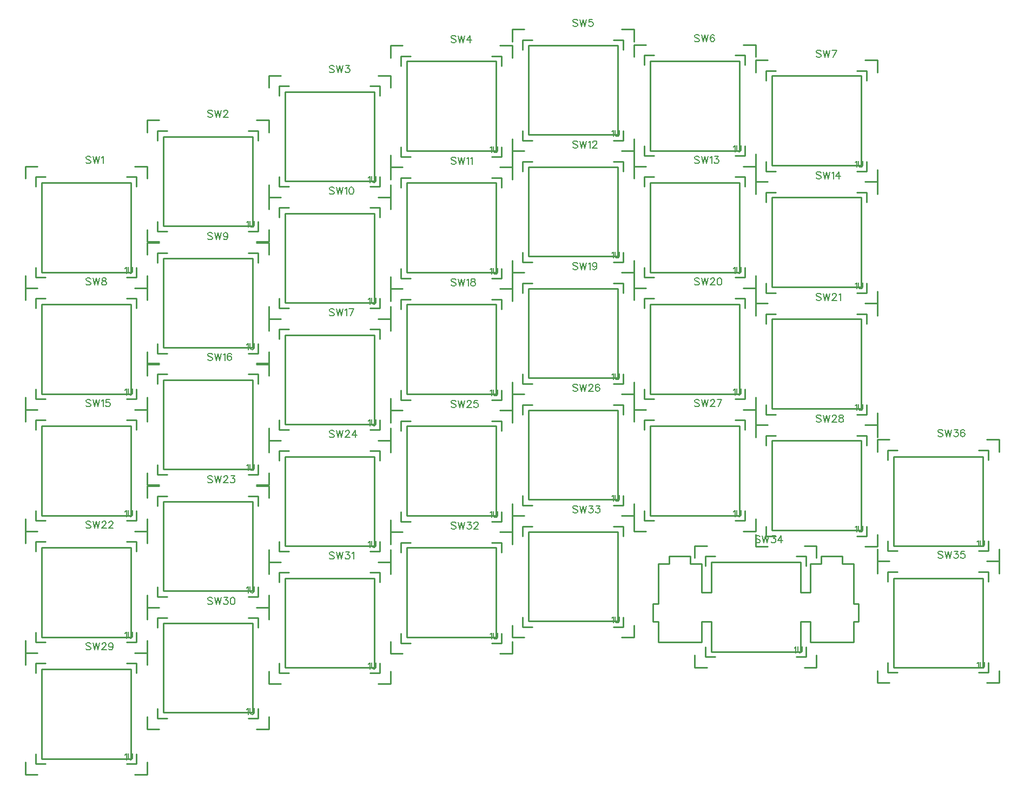
<source format=gto>
G04 Layer: TopSilkLayer*
G04 EasyEDA v6.4.20.2, 2021-06-30T10:48:07+02:00*
G04 d10c3ea4707d49af85f46b29c2d7dc23,563db0ff5b334ec4995e7372edb549dc,10*
G04 Gerber Generator version 0.2*
G04 Scale: 100 percent, Rotated: No, Reflected: No *
G04 Dimensions in millimeters *
G04 leading zeros omitted , absolute positions ,4 integer and 5 decimal *
%FSLAX45Y45*%
%MOMM*%

%ADD10C,0.2540*%
%ADD42C,0.1524*%
%ADD43C,0.2032*%

%LPD*%
D42*
X1241044Y14908021D02*
G01*
X1230629Y14918436D01*
X1215136Y14923516D01*
X1194307Y14923516D01*
X1178813Y14918436D01*
X1168400Y14908021D01*
X1168400Y14897607D01*
X1173479Y14887194D01*
X1178813Y14881860D01*
X1189228Y14876779D01*
X1220470Y14866366D01*
X1230629Y14861286D01*
X1235963Y14855952D01*
X1241044Y14845537D01*
X1241044Y14830044D01*
X1230629Y14819629D01*
X1215136Y14814550D01*
X1194307Y14814550D01*
X1178813Y14819629D01*
X1168400Y14830044D01*
X1275334Y14923516D02*
G01*
X1301495Y14814550D01*
X1327404Y14923516D02*
G01*
X1301495Y14814550D01*
X1327404Y14923516D02*
G01*
X1353312Y14814550D01*
X1379220Y14923516D02*
G01*
X1353312Y14814550D01*
X1413510Y14902687D02*
G01*
X1423923Y14908021D01*
X1439671Y14923516D01*
X1439671Y14814550D01*
D43*
X1778000Y13168629D02*
G01*
X1787144Y13173455D01*
X1801113Y13187171D01*
X1801113Y13090144D01*
X1831594Y13187171D02*
G01*
X1831594Y13117829D01*
X1836165Y13104113D01*
X1845310Y13094970D01*
X1859279Y13090144D01*
X1868423Y13090144D01*
X1882394Y13094970D01*
X1891537Y13104113D01*
X1896110Y13117829D01*
X1896110Y13187171D01*
D42*
X1241044Y13003021D02*
G01*
X1230629Y13013436D01*
X1215136Y13018515D01*
X1194307Y13018515D01*
X1178813Y13013436D01*
X1168400Y13003021D01*
X1168400Y12992608D01*
X1173479Y12982194D01*
X1178813Y12976860D01*
X1189228Y12971779D01*
X1220470Y12961365D01*
X1230629Y12956286D01*
X1235963Y12950952D01*
X1241044Y12940537D01*
X1241044Y12925044D01*
X1230629Y12914629D01*
X1215136Y12909550D01*
X1194307Y12909550D01*
X1178813Y12914629D01*
X1168400Y12925044D01*
X1275334Y13018515D02*
G01*
X1301495Y12909550D01*
X1327404Y13018515D02*
G01*
X1301495Y12909550D01*
X1327404Y13018515D02*
G01*
X1353312Y12909550D01*
X1379220Y13018515D02*
G01*
X1353312Y12909550D01*
X1439671Y13018515D02*
G01*
X1423923Y13013436D01*
X1418844Y13003021D01*
X1418844Y12992608D01*
X1423923Y12982194D01*
X1434337Y12976860D01*
X1455165Y12971779D01*
X1470660Y12966700D01*
X1481073Y12956286D01*
X1486407Y12945871D01*
X1486407Y12930124D01*
X1481073Y12919710D01*
X1475994Y12914629D01*
X1460500Y12909550D01*
X1439671Y12909550D01*
X1423923Y12914629D01*
X1418844Y12919710D01*
X1413510Y12930124D01*
X1413510Y12945871D01*
X1418844Y12956286D01*
X1429257Y12966700D01*
X1444752Y12971779D01*
X1465579Y12976860D01*
X1475994Y12982194D01*
X1481073Y12992608D01*
X1481073Y13003021D01*
X1475994Y13013436D01*
X1460500Y13018515D01*
X1439671Y13018515D01*
D43*
X1778000Y11263629D02*
G01*
X1787144Y11268455D01*
X1801113Y11282171D01*
X1801113Y11185144D01*
X1831594Y11282171D02*
G01*
X1831594Y11212829D01*
X1836165Y11199113D01*
X1845310Y11189970D01*
X1859279Y11185144D01*
X1868423Y11185144D01*
X1882394Y11189970D01*
X1891537Y11199113D01*
X1896110Y11212829D01*
X1896110Y11282171D01*
D42*
X1241044Y11098021D02*
G01*
X1230629Y11108436D01*
X1215136Y11113515D01*
X1194307Y11113515D01*
X1178813Y11108436D01*
X1168400Y11098021D01*
X1168400Y11087608D01*
X1173479Y11077194D01*
X1178813Y11071860D01*
X1189228Y11066779D01*
X1220470Y11056365D01*
X1230629Y11051286D01*
X1235963Y11045952D01*
X1241044Y11035537D01*
X1241044Y11020044D01*
X1230629Y11009629D01*
X1215136Y11004550D01*
X1194307Y11004550D01*
X1178813Y11009629D01*
X1168400Y11020044D01*
X1275334Y11113515D02*
G01*
X1301495Y11004550D01*
X1327404Y11113515D02*
G01*
X1301495Y11004550D01*
X1327404Y11113515D02*
G01*
X1353312Y11004550D01*
X1379220Y11113515D02*
G01*
X1353312Y11004550D01*
X1413510Y11092687D02*
G01*
X1423923Y11098021D01*
X1439671Y11113515D01*
X1439671Y11004550D01*
X1536192Y11113515D02*
G01*
X1484376Y11113515D01*
X1479042Y11066779D01*
X1484376Y11071860D01*
X1499870Y11077194D01*
X1515363Y11077194D01*
X1531112Y11071860D01*
X1541526Y11061700D01*
X1546605Y11045952D01*
X1546605Y11035537D01*
X1541526Y11020044D01*
X1531112Y11009629D01*
X1515363Y11004550D01*
X1499870Y11004550D01*
X1484376Y11009629D01*
X1479042Y11014710D01*
X1473962Y11025124D01*
D43*
X1778000Y9358629D02*
G01*
X1787144Y9363455D01*
X1801113Y9377171D01*
X1801113Y9280144D01*
X1831594Y9377171D02*
G01*
X1831594Y9307829D01*
X1836165Y9294113D01*
X1845310Y9284970D01*
X1859279Y9280144D01*
X1868423Y9280144D01*
X1882394Y9284970D01*
X1891537Y9294113D01*
X1896110Y9307829D01*
X1896110Y9377171D01*
D42*
X1241044Y9193021D02*
G01*
X1230629Y9203436D01*
X1215136Y9208515D01*
X1194307Y9208515D01*
X1178813Y9203436D01*
X1168400Y9193021D01*
X1168400Y9182608D01*
X1173479Y9172194D01*
X1178813Y9166860D01*
X1189228Y9161779D01*
X1220470Y9151365D01*
X1230629Y9146286D01*
X1235963Y9140952D01*
X1241044Y9130537D01*
X1241044Y9115044D01*
X1230629Y9104629D01*
X1215136Y9099550D01*
X1194307Y9099550D01*
X1178813Y9104629D01*
X1168400Y9115044D01*
X1275334Y9208515D02*
G01*
X1301495Y9099550D01*
X1327404Y9208515D02*
G01*
X1301495Y9099550D01*
X1327404Y9208515D02*
G01*
X1353312Y9099550D01*
X1379220Y9208515D02*
G01*
X1353312Y9099550D01*
X1418844Y9182608D02*
G01*
X1418844Y9187687D01*
X1423923Y9198102D01*
X1429257Y9203436D01*
X1439671Y9208515D01*
X1460500Y9208515D01*
X1470660Y9203436D01*
X1475994Y9198102D01*
X1481073Y9187687D01*
X1481073Y9177274D01*
X1475994Y9166860D01*
X1465579Y9151365D01*
X1413510Y9099550D01*
X1486407Y9099550D01*
X1525778Y9182608D02*
G01*
X1525778Y9187687D01*
X1531112Y9198102D01*
X1536192Y9203436D01*
X1546605Y9208515D01*
X1567434Y9208515D01*
X1577847Y9203436D01*
X1582928Y9198102D01*
X1588262Y9187687D01*
X1588262Y9177274D01*
X1582928Y9166860D01*
X1572513Y9151365D01*
X1520697Y9099550D01*
X1593342Y9099550D01*
D43*
X1778000Y7453629D02*
G01*
X1787144Y7458455D01*
X1801113Y7472171D01*
X1801113Y7375144D01*
X1831594Y7472171D02*
G01*
X1831594Y7402829D01*
X1836165Y7389113D01*
X1845310Y7379970D01*
X1859279Y7375144D01*
X1868423Y7375144D01*
X1882394Y7379970D01*
X1891537Y7389113D01*
X1896110Y7402829D01*
X1896110Y7472171D01*
D42*
X1241044Y7288021D02*
G01*
X1230629Y7298436D01*
X1215136Y7303515D01*
X1194307Y7303515D01*
X1178813Y7298436D01*
X1168400Y7288021D01*
X1168400Y7277608D01*
X1173479Y7267194D01*
X1178813Y7261860D01*
X1189228Y7256779D01*
X1220470Y7246365D01*
X1230629Y7241286D01*
X1235963Y7235952D01*
X1241044Y7225537D01*
X1241044Y7210044D01*
X1230629Y7199629D01*
X1215136Y7194550D01*
X1194307Y7194550D01*
X1178813Y7199629D01*
X1168400Y7210044D01*
X1275334Y7303515D02*
G01*
X1301495Y7194550D01*
X1327404Y7303515D02*
G01*
X1301495Y7194550D01*
X1327404Y7303515D02*
G01*
X1353312Y7194550D01*
X1379220Y7303515D02*
G01*
X1353312Y7194550D01*
X1418844Y7277608D02*
G01*
X1418844Y7282687D01*
X1423923Y7293102D01*
X1429257Y7298436D01*
X1439671Y7303515D01*
X1460500Y7303515D01*
X1470660Y7298436D01*
X1475994Y7293102D01*
X1481073Y7282687D01*
X1481073Y7272273D01*
X1475994Y7261860D01*
X1465579Y7246365D01*
X1413510Y7194550D01*
X1486407Y7194550D01*
X1588262Y7267194D02*
G01*
X1582928Y7251700D01*
X1572513Y7241286D01*
X1557020Y7235952D01*
X1551939Y7235952D01*
X1536192Y7241286D01*
X1525778Y7251700D01*
X1520697Y7267194D01*
X1520697Y7272273D01*
X1525778Y7288021D01*
X1536192Y7298436D01*
X1551939Y7303515D01*
X1557020Y7303515D01*
X1572513Y7298436D01*
X1582928Y7288021D01*
X1588262Y7267194D01*
X1588262Y7241286D01*
X1582928Y7215123D01*
X1572513Y7199629D01*
X1557020Y7194550D01*
X1546605Y7194550D01*
X1531112Y7199629D01*
X1525778Y7210044D01*
D43*
X1778000Y5548629D02*
G01*
X1787144Y5553455D01*
X1801113Y5567171D01*
X1801113Y5470144D01*
X1831594Y5567171D02*
G01*
X1831594Y5497829D01*
X1836165Y5484113D01*
X1845310Y5474970D01*
X1859279Y5470144D01*
X1868423Y5470144D01*
X1882394Y5474970D01*
X1891537Y5484113D01*
X1896110Y5497829D01*
X1896110Y5567171D01*
D42*
X14576043Y10628121D02*
G01*
X14565629Y10638536D01*
X14550136Y10643615D01*
X14529308Y10643615D01*
X14513813Y10638536D01*
X14503400Y10628121D01*
X14503400Y10617708D01*
X14508479Y10607294D01*
X14513813Y10601960D01*
X14524227Y10596879D01*
X14555470Y10586465D01*
X14565629Y10581386D01*
X14570963Y10576052D01*
X14576043Y10565637D01*
X14576043Y10550144D01*
X14565629Y10539729D01*
X14550136Y10534650D01*
X14529308Y10534650D01*
X14513813Y10539729D01*
X14503400Y10550144D01*
X14610334Y10643615D02*
G01*
X14636495Y10534650D01*
X14662404Y10643615D02*
G01*
X14636495Y10534650D01*
X14662404Y10643615D02*
G01*
X14688311Y10534650D01*
X14714220Y10643615D02*
G01*
X14688311Y10534650D01*
X14758924Y10643615D02*
G01*
X14816074Y10643615D01*
X14785086Y10601960D01*
X14800579Y10601960D01*
X14810993Y10596879D01*
X14816074Y10591800D01*
X14821408Y10576052D01*
X14821408Y10565637D01*
X14816074Y10550144D01*
X14805659Y10539729D01*
X14790166Y10534650D01*
X14774672Y10534650D01*
X14758924Y10539729D01*
X14753843Y10544810D01*
X14748509Y10555224D01*
X14917927Y10628121D02*
G01*
X14912847Y10638536D01*
X14897100Y10643615D01*
X14886940Y10643615D01*
X14871191Y10638536D01*
X14860777Y10622787D01*
X14855697Y10596879D01*
X14855697Y10570971D01*
X14860777Y10550144D01*
X14871191Y10539729D01*
X14886940Y10534650D01*
X14892020Y10534650D01*
X14907513Y10539729D01*
X14917927Y10550144D01*
X14923261Y10565637D01*
X14923261Y10570971D01*
X14917927Y10586465D01*
X14907513Y10596879D01*
X14892020Y10601960D01*
X14886940Y10601960D01*
X14871191Y10596879D01*
X14860777Y10586465D01*
X14855697Y10570971D01*
D43*
X15113000Y8888729D02*
G01*
X15122143Y8893555D01*
X15136113Y8907271D01*
X15136113Y8810244D01*
X15166593Y8907271D02*
G01*
X15166593Y8837929D01*
X15171166Y8824213D01*
X15180309Y8815070D01*
X15194279Y8810244D01*
X15203424Y8810244D01*
X15217393Y8815070D01*
X15226538Y8824213D01*
X15231109Y8837929D01*
X15231109Y8907271D01*
D42*
X3146043Y15631921D02*
G01*
X3135629Y15642336D01*
X3120136Y15647416D01*
X3099308Y15647416D01*
X3083813Y15642336D01*
X3073400Y15631921D01*
X3073400Y15621507D01*
X3078479Y15611094D01*
X3083813Y15605760D01*
X3094227Y15600679D01*
X3125470Y15590266D01*
X3135629Y15585186D01*
X3140963Y15579852D01*
X3146043Y15569437D01*
X3146043Y15553944D01*
X3135629Y15543529D01*
X3120136Y15538450D01*
X3099308Y15538450D01*
X3083813Y15543529D01*
X3073400Y15553944D01*
X3180334Y15647416D02*
G01*
X3206495Y15538450D01*
X3232404Y15647416D02*
G01*
X3206495Y15538450D01*
X3232404Y15647416D02*
G01*
X3258311Y15538450D01*
X3284220Y15647416D02*
G01*
X3258311Y15538450D01*
X3323843Y15621507D02*
G01*
X3323843Y15626587D01*
X3328924Y15637002D01*
X3334258Y15642336D01*
X3344672Y15647416D01*
X3365500Y15647416D01*
X3375659Y15642336D01*
X3380993Y15637002D01*
X3386074Y15626587D01*
X3386074Y15616174D01*
X3380993Y15605760D01*
X3370579Y15590266D01*
X3318509Y15538450D01*
X3391408Y15538450D01*
D43*
X3683000Y13892529D02*
G01*
X3692143Y13897355D01*
X3706113Y13911071D01*
X3706113Y13814044D01*
X3736593Y13911071D02*
G01*
X3736593Y13841729D01*
X3741165Y13828013D01*
X3750309Y13818870D01*
X3764279Y13814044D01*
X3773424Y13814044D01*
X3787393Y13818870D01*
X3796538Y13828013D01*
X3801109Y13841729D01*
X3801109Y13911071D01*
D42*
X5051043Y16330421D02*
G01*
X5040629Y16340836D01*
X5025136Y16345916D01*
X5004308Y16345916D01*
X4988813Y16340836D01*
X4978400Y16330421D01*
X4978400Y16320007D01*
X4983479Y16309594D01*
X4988813Y16304260D01*
X4999227Y16299179D01*
X5030470Y16288766D01*
X5040629Y16283686D01*
X5045963Y16278352D01*
X5051043Y16267937D01*
X5051043Y16252444D01*
X5040629Y16242029D01*
X5025136Y16236950D01*
X5004308Y16236950D01*
X4988813Y16242029D01*
X4978400Y16252444D01*
X5085334Y16345916D02*
G01*
X5111495Y16236950D01*
X5137404Y16345916D02*
G01*
X5111495Y16236950D01*
X5137404Y16345916D02*
G01*
X5163311Y16236950D01*
X5189220Y16345916D02*
G01*
X5163311Y16236950D01*
X5233924Y16345916D02*
G01*
X5291074Y16345916D01*
X5260086Y16304260D01*
X5275579Y16304260D01*
X5285993Y16299179D01*
X5291074Y16294100D01*
X5296408Y16278352D01*
X5296408Y16267937D01*
X5291074Y16252444D01*
X5280659Y16242029D01*
X5265165Y16236950D01*
X5249672Y16236950D01*
X5233924Y16242029D01*
X5228843Y16247110D01*
X5223509Y16257524D01*
D43*
X5588000Y14591029D02*
G01*
X5597143Y14595855D01*
X5611113Y14609571D01*
X5611113Y14512544D01*
X5641593Y14609571D02*
G01*
X5641593Y14540229D01*
X5646165Y14526513D01*
X5655309Y14517370D01*
X5669279Y14512544D01*
X5678424Y14512544D01*
X5692393Y14517370D01*
X5701538Y14526513D01*
X5706109Y14540229D01*
X5706109Y14609571D01*
D42*
X6956043Y16800321D02*
G01*
X6945629Y16810736D01*
X6930136Y16815816D01*
X6909308Y16815816D01*
X6893813Y16810736D01*
X6883400Y16800321D01*
X6883400Y16789908D01*
X6888479Y16779494D01*
X6893813Y16774160D01*
X6904227Y16769079D01*
X6935470Y16758666D01*
X6945629Y16753586D01*
X6950963Y16748252D01*
X6956043Y16737837D01*
X6956043Y16722344D01*
X6945629Y16711929D01*
X6930136Y16706850D01*
X6909308Y16706850D01*
X6893813Y16711929D01*
X6883400Y16722344D01*
X6990334Y16815816D02*
G01*
X7016495Y16706850D01*
X7042404Y16815816D02*
G01*
X7016495Y16706850D01*
X7042404Y16815816D02*
G01*
X7068311Y16706850D01*
X7094220Y16815816D02*
G01*
X7068311Y16706850D01*
X7180579Y16815816D02*
G01*
X7128509Y16743171D01*
X7206488Y16743171D01*
X7180579Y16815816D02*
G01*
X7180579Y16706850D01*
D43*
X7493000Y15060929D02*
G01*
X7502143Y15065755D01*
X7516113Y15079471D01*
X7516113Y14982444D01*
X7546593Y15079471D02*
G01*
X7546593Y15010129D01*
X7551165Y14996413D01*
X7560309Y14987270D01*
X7574279Y14982444D01*
X7583424Y14982444D01*
X7597393Y14987270D01*
X7606538Y14996413D01*
X7611109Y15010129D01*
X7611109Y15079471D01*
D42*
X8861043Y17054321D02*
G01*
X8850629Y17064736D01*
X8835136Y17069816D01*
X8814308Y17069816D01*
X8798813Y17064736D01*
X8788400Y17054321D01*
X8788400Y17043908D01*
X8793479Y17033494D01*
X8798813Y17028160D01*
X8809227Y17023079D01*
X8840470Y17012666D01*
X8850629Y17007586D01*
X8855963Y17002252D01*
X8861043Y16991837D01*
X8861043Y16976344D01*
X8850629Y16965929D01*
X8835136Y16960850D01*
X8814308Y16960850D01*
X8798813Y16965929D01*
X8788400Y16976344D01*
X8895334Y17069816D02*
G01*
X8921495Y16960850D01*
X8947404Y17069816D02*
G01*
X8921495Y16960850D01*
X8947404Y17069816D02*
G01*
X8973311Y16960850D01*
X8999220Y17069816D02*
G01*
X8973311Y16960850D01*
X9095993Y17069816D02*
G01*
X9043924Y17069816D01*
X9038843Y17023079D01*
X9043924Y17028160D01*
X9059672Y17033494D01*
X9075165Y17033494D01*
X9090659Y17028160D01*
X9101074Y17018000D01*
X9106408Y17002252D01*
X9106408Y16991837D01*
X9101074Y16976344D01*
X9090659Y16965929D01*
X9075165Y16960850D01*
X9059672Y16960850D01*
X9043924Y16965929D01*
X9038843Y16971010D01*
X9033509Y16981424D01*
D43*
X9398000Y15314929D02*
G01*
X9407143Y15319755D01*
X9421113Y15333471D01*
X9421113Y15236444D01*
X9451593Y15333471D02*
G01*
X9451593Y15264129D01*
X9456165Y15250413D01*
X9465309Y15241270D01*
X9479279Y15236444D01*
X9488424Y15236444D01*
X9502393Y15241270D01*
X9511538Y15250413D01*
X9516109Y15264129D01*
X9516109Y15333471D01*
D42*
X10766043Y16813021D02*
G01*
X10755629Y16823436D01*
X10740136Y16828516D01*
X10719308Y16828516D01*
X10703813Y16823436D01*
X10693400Y16813021D01*
X10693400Y16802608D01*
X10698479Y16792194D01*
X10703813Y16786860D01*
X10714227Y16781779D01*
X10745470Y16771366D01*
X10755629Y16766286D01*
X10760963Y16760952D01*
X10766043Y16750537D01*
X10766043Y16735044D01*
X10755629Y16724629D01*
X10740136Y16719550D01*
X10719308Y16719550D01*
X10703813Y16724629D01*
X10693400Y16735044D01*
X10800334Y16828516D02*
G01*
X10826495Y16719550D01*
X10852404Y16828516D02*
G01*
X10826495Y16719550D01*
X10852404Y16828516D02*
G01*
X10878311Y16719550D01*
X10904220Y16828516D02*
G01*
X10878311Y16719550D01*
X11000993Y16813021D02*
G01*
X10995659Y16823436D01*
X10980165Y16828516D01*
X10969752Y16828516D01*
X10954258Y16823436D01*
X10943843Y16807687D01*
X10938509Y16781779D01*
X10938509Y16755871D01*
X10943843Y16735044D01*
X10954258Y16724629D01*
X10969752Y16719550D01*
X10975086Y16719550D01*
X10990579Y16724629D01*
X11000993Y16735044D01*
X11006074Y16750537D01*
X11006074Y16755871D01*
X11000993Y16771366D01*
X10990579Y16781779D01*
X10975086Y16786860D01*
X10969752Y16786860D01*
X10954258Y16781779D01*
X10943843Y16771366D01*
X10938509Y16755871D01*
D43*
X11303000Y15073629D02*
G01*
X11312143Y15078455D01*
X11326113Y15092171D01*
X11326113Y14995144D01*
X11356593Y15092171D02*
G01*
X11356593Y15022829D01*
X11361165Y15009113D01*
X11370309Y14999970D01*
X11384279Y14995144D01*
X11393424Y14995144D01*
X11407393Y14999970D01*
X11416538Y15009113D01*
X11421109Y15022829D01*
X11421109Y15092171D01*
D42*
X12671043Y16571721D02*
G01*
X12660629Y16582136D01*
X12645136Y16587216D01*
X12624308Y16587216D01*
X12608813Y16582136D01*
X12598400Y16571721D01*
X12598400Y16561307D01*
X12603479Y16550894D01*
X12608813Y16545560D01*
X12619227Y16540479D01*
X12650470Y16530066D01*
X12660629Y16524986D01*
X12665963Y16519652D01*
X12671043Y16509237D01*
X12671043Y16493744D01*
X12660629Y16483329D01*
X12645136Y16478250D01*
X12624308Y16478250D01*
X12608813Y16483329D01*
X12598400Y16493744D01*
X12705334Y16587216D02*
G01*
X12731495Y16478250D01*
X12757404Y16587216D02*
G01*
X12731495Y16478250D01*
X12757404Y16587216D02*
G01*
X12783311Y16478250D01*
X12809220Y16587216D02*
G01*
X12783311Y16478250D01*
X12916408Y16587216D02*
G01*
X12864338Y16478250D01*
X12843509Y16587216D02*
G01*
X12916408Y16587216D01*
D43*
X13208000Y14832329D02*
G01*
X13217143Y14837155D01*
X13231113Y14850871D01*
X13231113Y14753844D01*
X13261593Y14850871D02*
G01*
X13261593Y14781529D01*
X13266166Y14767813D01*
X13275309Y14758670D01*
X13289279Y14753844D01*
X13298424Y14753844D01*
X13312393Y14758670D01*
X13321538Y14767813D01*
X13326109Y14781529D01*
X13326109Y14850871D01*
D42*
X3146043Y13714221D02*
G01*
X3135629Y13724636D01*
X3120136Y13729716D01*
X3099308Y13729716D01*
X3083813Y13724636D01*
X3073400Y13714221D01*
X3073400Y13703807D01*
X3078479Y13693394D01*
X3083813Y13688060D01*
X3094227Y13682979D01*
X3125470Y13672566D01*
X3135629Y13667486D01*
X3140963Y13662152D01*
X3146043Y13651737D01*
X3146043Y13636244D01*
X3135629Y13625829D01*
X3120136Y13620750D01*
X3099308Y13620750D01*
X3083813Y13625829D01*
X3073400Y13636244D01*
X3180334Y13729716D02*
G01*
X3206495Y13620750D01*
X3232404Y13729716D02*
G01*
X3206495Y13620750D01*
X3232404Y13729716D02*
G01*
X3258311Y13620750D01*
X3284220Y13729716D02*
G01*
X3258311Y13620750D01*
X3386074Y13693394D02*
G01*
X3380993Y13677900D01*
X3370579Y13667486D01*
X3355086Y13662152D01*
X3349752Y13662152D01*
X3334258Y13667486D01*
X3323843Y13677900D01*
X3318509Y13693394D01*
X3318509Y13698474D01*
X3323843Y13714221D01*
X3334258Y13724636D01*
X3349752Y13729716D01*
X3355086Y13729716D01*
X3370579Y13724636D01*
X3380993Y13714221D01*
X3386074Y13693394D01*
X3386074Y13667486D01*
X3380993Y13641324D01*
X3370579Y13625829D01*
X3355086Y13620750D01*
X3344672Y13620750D01*
X3328924Y13625829D01*
X3323843Y13636244D01*
D43*
X3683000Y11974829D02*
G01*
X3692143Y11979655D01*
X3706113Y11993371D01*
X3706113Y11896344D01*
X3736593Y11993371D02*
G01*
X3736593Y11924029D01*
X3741165Y11910313D01*
X3750309Y11901170D01*
X3764279Y11896344D01*
X3773424Y11896344D01*
X3787393Y11901170D01*
X3796538Y11910313D01*
X3801109Y11924029D01*
X3801109Y11993371D01*
D42*
X5051043Y14425421D02*
G01*
X5040629Y14435836D01*
X5025136Y14440916D01*
X5004308Y14440916D01*
X4988813Y14435836D01*
X4978400Y14425421D01*
X4978400Y14415007D01*
X4983479Y14404594D01*
X4988813Y14399260D01*
X4999227Y14394179D01*
X5030470Y14383766D01*
X5040629Y14378686D01*
X5045963Y14373352D01*
X5051043Y14362937D01*
X5051043Y14347444D01*
X5040629Y14337029D01*
X5025136Y14331950D01*
X5004308Y14331950D01*
X4988813Y14337029D01*
X4978400Y14347444D01*
X5085334Y14440916D02*
G01*
X5111495Y14331950D01*
X5137404Y14440916D02*
G01*
X5111495Y14331950D01*
X5137404Y14440916D02*
G01*
X5163311Y14331950D01*
X5189220Y14440916D02*
G01*
X5163311Y14331950D01*
X5223509Y14420087D02*
G01*
X5233924Y14425421D01*
X5249672Y14440916D01*
X5249672Y14331950D01*
X5314950Y14440916D02*
G01*
X5299456Y14435836D01*
X5289041Y14420087D01*
X5283961Y14394179D01*
X5283961Y14378686D01*
X5289041Y14352524D01*
X5299456Y14337029D01*
X5314950Y14331950D01*
X5325363Y14331950D01*
X5341111Y14337029D01*
X5351525Y14352524D01*
X5356606Y14378686D01*
X5356606Y14394179D01*
X5351525Y14420087D01*
X5341111Y14435836D01*
X5325363Y14440916D01*
X5314950Y14440916D01*
D43*
X5588000Y12686029D02*
G01*
X5597143Y12690855D01*
X5611113Y12704571D01*
X5611113Y12607544D01*
X5641593Y12704571D02*
G01*
X5641593Y12635229D01*
X5646165Y12621513D01*
X5655309Y12612370D01*
X5669279Y12607544D01*
X5678424Y12607544D01*
X5692393Y12612370D01*
X5701538Y12621513D01*
X5706109Y12635229D01*
X5706109Y12704571D01*
D42*
X6956043Y14895321D02*
G01*
X6945629Y14905736D01*
X6930136Y14910816D01*
X6909308Y14910816D01*
X6893813Y14905736D01*
X6883400Y14895321D01*
X6883400Y14884907D01*
X6888479Y14874494D01*
X6893813Y14869160D01*
X6904227Y14864079D01*
X6935470Y14853666D01*
X6945629Y14848586D01*
X6950963Y14843252D01*
X6956043Y14832837D01*
X6956043Y14817344D01*
X6945629Y14806929D01*
X6930136Y14801850D01*
X6909308Y14801850D01*
X6893813Y14806929D01*
X6883400Y14817344D01*
X6990334Y14910816D02*
G01*
X7016495Y14801850D01*
X7042404Y14910816D02*
G01*
X7016495Y14801850D01*
X7042404Y14910816D02*
G01*
X7068311Y14801850D01*
X7094220Y14910816D02*
G01*
X7068311Y14801850D01*
X7128509Y14889987D02*
G01*
X7138924Y14895321D01*
X7154672Y14910816D01*
X7154672Y14801850D01*
X7188961Y14889987D02*
G01*
X7199375Y14895321D01*
X7214870Y14910816D01*
X7214870Y14801850D01*
D43*
X7493000Y13155929D02*
G01*
X7502143Y13160755D01*
X7516113Y13174471D01*
X7516113Y13077444D01*
X7546593Y13174471D02*
G01*
X7546593Y13105129D01*
X7551165Y13091413D01*
X7560309Y13082270D01*
X7574279Y13077444D01*
X7583424Y13077444D01*
X7597393Y13082270D01*
X7606538Y13091413D01*
X7611109Y13105129D01*
X7611109Y13174471D01*
D42*
X8861043Y15149321D02*
G01*
X8850629Y15159736D01*
X8835136Y15164816D01*
X8814308Y15164816D01*
X8798813Y15159736D01*
X8788400Y15149321D01*
X8788400Y15138907D01*
X8793479Y15128494D01*
X8798813Y15123160D01*
X8809227Y15118079D01*
X8840470Y15107666D01*
X8850629Y15102586D01*
X8855963Y15097252D01*
X8861043Y15086837D01*
X8861043Y15071344D01*
X8850629Y15060929D01*
X8835136Y15055850D01*
X8814308Y15055850D01*
X8798813Y15060929D01*
X8788400Y15071344D01*
X8895334Y15164816D02*
G01*
X8921495Y15055850D01*
X8947404Y15164816D02*
G01*
X8921495Y15055850D01*
X8947404Y15164816D02*
G01*
X8973311Y15055850D01*
X8999220Y15164816D02*
G01*
X8973311Y15055850D01*
X9033509Y15143987D02*
G01*
X9043924Y15149321D01*
X9059672Y15164816D01*
X9059672Y15055850D01*
X9099041Y15138907D02*
G01*
X9099041Y15143987D01*
X9104375Y15154402D01*
X9109456Y15159736D01*
X9119870Y15164816D01*
X9140697Y15164816D01*
X9151111Y15159736D01*
X9156191Y15154402D01*
X9161525Y15143987D01*
X9161525Y15133574D01*
X9156191Y15123160D01*
X9145777Y15107666D01*
X9093961Y15055850D01*
X9166606Y15055850D01*
D43*
X9398000Y13409929D02*
G01*
X9407143Y13414755D01*
X9421113Y13428471D01*
X9421113Y13331444D01*
X9451593Y13428471D02*
G01*
X9451593Y13359129D01*
X9456165Y13345413D01*
X9465309Y13336270D01*
X9479279Y13331444D01*
X9488424Y13331444D01*
X9502393Y13336270D01*
X9511538Y13345413D01*
X9516109Y13359129D01*
X9516109Y13428471D01*
D42*
X10766043Y14908021D02*
G01*
X10755629Y14918436D01*
X10740136Y14923516D01*
X10719308Y14923516D01*
X10703813Y14918436D01*
X10693400Y14908021D01*
X10693400Y14897607D01*
X10698479Y14887194D01*
X10703813Y14881860D01*
X10714227Y14876779D01*
X10745470Y14866366D01*
X10755629Y14861286D01*
X10760963Y14855952D01*
X10766043Y14845537D01*
X10766043Y14830044D01*
X10755629Y14819629D01*
X10740136Y14814550D01*
X10719308Y14814550D01*
X10703813Y14819629D01*
X10693400Y14830044D01*
X10800334Y14923516D02*
G01*
X10826495Y14814550D01*
X10852404Y14923516D02*
G01*
X10826495Y14814550D01*
X10852404Y14923516D02*
G01*
X10878311Y14814550D01*
X10904220Y14923516D02*
G01*
X10878311Y14814550D01*
X10938509Y14902687D02*
G01*
X10948924Y14908021D01*
X10964672Y14923516D01*
X10964672Y14814550D01*
X11009375Y14923516D02*
G01*
X11066525Y14923516D01*
X11035284Y14881860D01*
X11050777Y14881860D01*
X11061191Y14876779D01*
X11066525Y14871700D01*
X11071606Y14855952D01*
X11071606Y14845537D01*
X11066525Y14830044D01*
X11056111Y14819629D01*
X11040363Y14814550D01*
X11024870Y14814550D01*
X11009375Y14819629D01*
X11004041Y14824710D01*
X10998961Y14835124D01*
D43*
X11303000Y13168629D02*
G01*
X11312143Y13173455D01*
X11326113Y13187171D01*
X11326113Y13090144D01*
X11356593Y13187171D02*
G01*
X11356593Y13117829D01*
X11361165Y13104113D01*
X11370309Y13094970D01*
X11384279Y13090144D01*
X11393424Y13090144D01*
X11407393Y13094970D01*
X11416538Y13104113D01*
X11421109Y13117829D01*
X11421109Y13187171D01*
D42*
X12671043Y14666721D02*
G01*
X12660629Y14677136D01*
X12645136Y14682216D01*
X12624308Y14682216D01*
X12608813Y14677136D01*
X12598400Y14666721D01*
X12598400Y14656307D01*
X12603479Y14645894D01*
X12608813Y14640560D01*
X12619227Y14635479D01*
X12650470Y14625066D01*
X12660629Y14619986D01*
X12665963Y14614652D01*
X12671043Y14604237D01*
X12671043Y14588744D01*
X12660629Y14578329D01*
X12645136Y14573250D01*
X12624308Y14573250D01*
X12608813Y14578329D01*
X12598400Y14588744D01*
X12705334Y14682216D02*
G01*
X12731495Y14573250D01*
X12757404Y14682216D02*
G01*
X12731495Y14573250D01*
X12757404Y14682216D02*
G01*
X12783311Y14573250D01*
X12809220Y14682216D02*
G01*
X12783311Y14573250D01*
X12843509Y14661387D02*
G01*
X12853924Y14666721D01*
X12869672Y14682216D01*
X12869672Y14573250D01*
X12955777Y14682216D02*
G01*
X12903961Y14609571D01*
X12981940Y14609571D01*
X12955777Y14682216D02*
G01*
X12955777Y14573250D01*
D43*
X13208000Y12927329D02*
G01*
X13217143Y12932155D01*
X13231113Y12945871D01*
X13231113Y12848844D01*
X13261593Y12945871D02*
G01*
X13261593Y12876529D01*
X13266166Y12862813D01*
X13275309Y12853670D01*
X13289279Y12848844D01*
X13298424Y12848844D01*
X13312393Y12853670D01*
X13321538Y12862813D01*
X13326109Y12876529D01*
X13326109Y12945871D01*
D42*
X3146043Y11821921D02*
G01*
X3135629Y11832336D01*
X3120136Y11837415D01*
X3099308Y11837415D01*
X3083813Y11832336D01*
X3073400Y11821921D01*
X3073400Y11811508D01*
X3078479Y11801094D01*
X3083813Y11795760D01*
X3094227Y11790679D01*
X3125470Y11780265D01*
X3135629Y11775186D01*
X3140963Y11769852D01*
X3146043Y11759437D01*
X3146043Y11743944D01*
X3135629Y11733529D01*
X3120136Y11728450D01*
X3099308Y11728450D01*
X3083813Y11733529D01*
X3073400Y11743944D01*
X3180334Y11837415D02*
G01*
X3206495Y11728450D01*
X3232404Y11837415D02*
G01*
X3206495Y11728450D01*
X3232404Y11837415D02*
G01*
X3258311Y11728450D01*
X3284220Y11837415D02*
G01*
X3258311Y11728450D01*
X3318509Y11816587D02*
G01*
X3328924Y11821921D01*
X3344672Y11837415D01*
X3344672Y11728450D01*
X3441191Y11821921D02*
G01*
X3436111Y11832336D01*
X3420363Y11837415D01*
X3409950Y11837415D01*
X3394456Y11832336D01*
X3384041Y11816587D01*
X3378961Y11790679D01*
X3378961Y11764771D01*
X3384041Y11743944D01*
X3394456Y11733529D01*
X3409950Y11728450D01*
X3415284Y11728450D01*
X3430777Y11733529D01*
X3441191Y11743944D01*
X3446525Y11759437D01*
X3446525Y11764771D01*
X3441191Y11780265D01*
X3430777Y11790679D01*
X3415284Y11795760D01*
X3409950Y11795760D01*
X3394456Y11790679D01*
X3384041Y11780265D01*
X3378961Y11764771D01*
D43*
X3683000Y10082529D02*
G01*
X3692143Y10087355D01*
X3706113Y10101071D01*
X3706113Y10004044D01*
X3736593Y10101071D02*
G01*
X3736593Y10031729D01*
X3741165Y10018013D01*
X3750309Y10008870D01*
X3764279Y10004044D01*
X3773424Y10004044D01*
X3787393Y10008870D01*
X3796538Y10018013D01*
X3801109Y10031729D01*
X3801109Y10101071D01*
D42*
X5051043Y12520421D02*
G01*
X5040629Y12530836D01*
X5025136Y12535915D01*
X5004308Y12535915D01*
X4988813Y12530836D01*
X4978400Y12520421D01*
X4978400Y12510008D01*
X4983479Y12499594D01*
X4988813Y12494260D01*
X4999227Y12489179D01*
X5030470Y12478765D01*
X5040629Y12473686D01*
X5045963Y12468352D01*
X5051043Y12457937D01*
X5051043Y12442444D01*
X5040629Y12432029D01*
X5025136Y12426950D01*
X5004308Y12426950D01*
X4988813Y12432029D01*
X4978400Y12442444D01*
X5085334Y12535915D02*
G01*
X5111495Y12426950D01*
X5137404Y12535915D02*
G01*
X5111495Y12426950D01*
X5137404Y12535915D02*
G01*
X5163311Y12426950D01*
X5189220Y12535915D02*
G01*
X5163311Y12426950D01*
X5223509Y12515087D02*
G01*
X5233924Y12520421D01*
X5249672Y12535915D01*
X5249672Y12426950D01*
X5356606Y12535915D02*
G01*
X5304790Y12426950D01*
X5283961Y12535915D02*
G01*
X5356606Y12535915D01*
D43*
X5588000Y10781029D02*
G01*
X5597143Y10785855D01*
X5611113Y10799571D01*
X5611113Y10702544D01*
X5641593Y10799571D02*
G01*
X5641593Y10730229D01*
X5646165Y10716513D01*
X5655309Y10707370D01*
X5669279Y10702544D01*
X5678424Y10702544D01*
X5692393Y10707370D01*
X5701538Y10716513D01*
X5706109Y10730229D01*
X5706109Y10799571D01*
D42*
X6956043Y12990321D02*
G01*
X6945629Y13000736D01*
X6930136Y13005815D01*
X6909308Y13005815D01*
X6893813Y13000736D01*
X6883400Y12990321D01*
X6883400Y12979908D01*
X6888479Y12969494D01*
X6893813Y12964160D01*
X6904227Y12959079D01*
X6935470Y12948665D01*
X6945629Y12943586D01*
X6950963Y12938252D01*
X6956043Y12927837D01*
X6956043Y12912344D01*
X6945629Y12901929D01*
X6930136Y12896850D01*
X6909308Y12896850D01*
X6893813Y12901929D01*
X6883400Y12912344D01*
X6990334Y13005815D02*
G01*
X7016495Y12896850D01*
X7042404Y13005815D02*
G01*
X7016495Y12896850D01*
X7042404Y13005815D02*
G01*
X7068311Y12896850D01*
X7094220Y13005815D02*
G01*
X7068311Y12896850D01*
X7128509Y12984987D02*
G01*
X7138924Y12990321D01*
X7154672Y13005815D01*
X7154672Y12896850D01*
X7214870Y13005815D02*
G01*
X7199375Y13000736D01*
X7194041Y12990321D01*
X7194041Y12979908D01*
X7199375Y12969494D01*
X7209790Y12964160D01*
X7230363Y12959079D01*
X7246111Y12954000D01*
X7256525Y12943586D01*
X7261606Y12933171D01*
X7261606Y12917424D01*
X7256525Y12907010D01*
X7251191Y12901929D01*
X7235697Y12896850D01*
X7214870Y12896850D01*
X7199375Y12901929D01*
X7194041Y12907010D01*
X7188961Y12917424D01*
X7188961Y12933171D01*
X7194041Y12943586D01*
X7204456Y12954000D01*
X7219950Y12959079D01*
X7240777Y12964160D01*
X7251191Y12969494D01*
X7256525Y12979908D01*
X7256525Y12990321D01*
X7251191Y13000736D01*
X7235697Y13005815D01*
X7214870Y13005815D01*
D43*
X7493000Y11250929D02*
G01*
X7502143Y11255755D01*
X7516113Y11269471D01*
X7516113Y11172444D01*
X7546593Y11269471D02*
G01*
X7546593Y11200129D01*
X7551165Y11186413D01*
X7560309Y11177270D01*
X7574279Y11172444D01*
X7583424Y11172444D01*
X7597393Y11177270D01*
X7606538Y11186413D01*
X7611109Y11200129D01*
X7611109Y11269471D01*
D42*
X8861043Y13244321D02*
G01*
X8850629Y13254736D01*
X8835136Y13259816D01*
X8814308Y13259816D01*
X8798813Y13254736D01*
X8788400Y13244321D01*
X8788400Y13233907D01*
X8793479Y13223494D01*
X8798813Y13218160D01*
X8809227Y13213079D01*
X8840470Y13202666D01*
X8850629Y13197586D01*
X8855963Y13192252D01*
X8861043Y13181837D01*
X8861043Y13166344D01*
X8850629Y13155929D01*
X8835136Y13150850D01*
X8814308Y13150850D01*
X8798813Y13155929D01*
X8788400Y13166344D01*
X8895334Y13259816D02*
G01*
X8921495Y13150850D01*
X8947404Y13259816D02*
G01*
X8921495Y13150850D01*
X8947404Y13259816D02*
G01*
X8973311Y13150850D01*
X8999220Y13259816D02*
G01*
X8973311Y13150850D01*
X9033509Y13238987D02*
G01*
X9043924Y13244321D01*
X9059672Y13259816D01*
X9059672Y13150850D01*
X9161525Y13223494D02*
G01*
X9156191Y13208000D01*
X9145777Y13197586D01*
X9130284Y13192252D01*
X9124950Y13192252D01*
X9109456Y13197586D01*
X9099041Y13208000D01*
X9093961Y13223494D01*
X9093961Y13228574D01*
X9099041Y13244321D01*
X9109456Y13254736D01*
X9124950Y13259816D01*
X9130284Y13259816D01*
X9145777Y13254736D01*
X9156191Y13244321D01*
X9161525Y13223494D01*
X9161525Y13197586D01*
X9156191Y13171424D01*
X9145777Y13155929D01*
X9130284Y13150850D01*
X9119870Y13150850D01*
X9104375Y13155929D01*
X9099041Y13166344D01*
D43*
X9398000Y11504929D02*
G01*
X9407143Y11509755D01*
X9421113Y11523471D01*
X9421113Y11426444D01*
X9451593Y11523471D02*
G01*
X9451593Y11454129D01*
X9456165Y11440413D01*
X9465309Y11431270D01*
X9479279Y11426444D01*
X9488424Y11426444D01*
X9502393Y11431270D01*
X9511538Y11440413D01*
X9516109Y11454129D01*
X9516109Y11523471D01*
D42*
X10766043Y13003021D02*
G01*
X10755629Y13013436D01*
X10740136Y13018515D01*
X10719308Y13018515D01*
X10703813Y13013436D01*
X10693400Y13003021D01*
X10693400Y12992608D01*
X10698479Y12982194D01*
X10703813Y12976860D01*
X10714227Y12971779D01*
X10745470Y12961365D01*
X10755629Y12956286D01*
X10760963Y12950952D01*
X10766043Y12940537D01*
X10766043Y12925044D01*
X10755629Y12914629D01*
X10740136Y12909550D01*
X10719308Y12909550D01*
X10703813Y12914629D01*
X10693400Y12925044D01*
X10800334Y13018515D02*
G01*
X10826495Y12909550D01*
X10852404Y13018515D02*
G01*
X10826495Y12909550D01*
X10852404Y13018515D02*
G01*
X10878311Y12909550D01*
X10904220Y13018515D02*
G01*
X10878311Y12909550D01*
X10943843Y12992608D02*
G01*
X10943843Y12997687D01*
X10948924Y13008102D01*
X10954258Y13013436D01*
X10964672Y13018515D01*
X10985500Y13018515D01*
X10995659Y13013436D01*
X11000993Y13008102D01*
X11006074Y12997687D01*
X11006074Y12987274D01*
X11000993Y12976860D01*
X10990579Y12961365D01*
X10938509Y12909550D01*
X11011408Y12909550D01*
X11076940Y13018515D02*
G01*
X11061191Y13013436D01*
X11050777Y12997687D01*
X11045697Y12971779D01*
X11045697Y12956286D01*
X11050777Y12930124D01*
X11061191Y12914629D01*
X11076940Y12909550D01*
X11087100Y12909550D01*
X11102847Y12914629D01*
X11113261Y12930124D01*
X11118341Y12956286D01*
X11118341Y12971779D01*
X11113261Y12997687D01*
X11102847Y13013436D01*
X11087100Y13018515D01*
X11076940Y13018515D01*
D43*
X11303000Y11263629D02*
G01*
X11312143Y11268455D01*
X11326113Y11282171D01*
X11326113Y11185144D01*
X11356593Y11282171D02*
G01*
X11356593Y11212829D01*
X11361165Y11199113D01*
X11370309Y11189970D01*
X11384279Y11185144D01*
X11393424Y11185144D01*
X11407393Y11189970D01*
X11416538Y11199113D01*
X11421109Y11212829D01*
X11421109Y11282171D01*
D42*
X12671043Y12761721D02*
G01*
X12660629Y12772136D01*
X12645136Y12777215D01*
X12624308Y12777215D01*
X12608813Y12772136D01*
X12598400Y12761721D01*
X12598400Y12751308D01*
X12603479Y12740894D01*
X12608813Y12735560D01*
X12619227Y12730479D01*
X12650470Y12720065D01*
X12660629Y12714986D01*
X12665963Y12709652D01*
X12671043Y12699237D01*
X12671043Y12683744D01*
X12660629Y12673329D01*
X12645136Y12668250D01*
X12624308Y12668250D01*
X12608813Y12673329D01*
X12598400Y12683744D01*
X12705334Y12777215D02*
G01*
X12731495Y12668250D01*
X12757404Y12777215D02*
G01*
X12731495Y12668250D01*
X12757404Y12777215D02*
G01*
X12783311Y12668250D01*
X12809220Y12777215D02*
G01*
X12783311Y12668250D01*
X12848843Y12751308D02*
G01*
X12848843Y12756387D01*
X12853924Y12766802D01*
X12859258Y12772136D01*
X12869672Y12777215D01*
X12890500Y12777215D01*
X12900659Y12772136D01*
X12905993Y12766802D01*
X12911074Y12756387D01*
X12911074Y12745974D01*
X12905993Y12735560D01*
X12895579Y12720065D01*
X12843509Y12668250D01*
X12916408Y12668250D01*
X12950697Y12756387D02*
G01*
X12961111Y12761721D01*
X12976606Y12777215D01*
X12976606Y12668250D01*
D43*
X13208000Y11022329D02*
G01*
X13217143Y11027155D01*
X13231113Y11040871D01*
X13231113Y10943844D01*
X13261593Y11040871D02*
G01*
X13261593Y10971529D01*
X13266166Y10957813D01*
X13275309Y10948670D01*
X13289279Y10943844D01*
X13298424Y10943844D01*
X13312393Y10948670D01*
X13321538Y10957813D01*
X13326109Y10971529D01*
X13326109Y11040871D01*
D42*
X3146043Y9904221D02*
G01*
X3135629Y9914636D01*
X3120136Y9919715D01*
X3099308Y9919715D01*
X3083813Y9914636D01*
X3073400Y9904221D01*
X3073400Y9893808D01*
X3078479Y9883394D01*
X3083813Y9878060D01*
X3094227Y9872979D01*
X3125470Y9862565D01*
X3135629Y9857486D01*
X3140963Y9852152D01*
X3146043Y9841737D01*
X3146043Y9826244D01*
X3135629Y9815829D01*
X3120136Y9810750D01*
X3099308Y9810750D01*
X3083813Y9815829D01*
X3073400Y9826244D01*
X3180334Y9919715D02*
G01*
X3206495Y9810750D01*
X3232404Y9919715D02*
G01*
X3206495Y9810750D01*
X3232404Y9919715D02*
G01*
X3258311Y9810750D01*
X3284220Y9919715D02*
G01*
X3258311Y9810750D01*
X3323843Y9893808D02*
G01*
X3323843Y9898887D01*
X3328924Y9909302D01*
X3334258Y9914636D01*
X3344672Y9919715D01*
X3365500Y9919715D01*
X3375659Y9914636D01*
X3380993Y9909302D01*
X3386074Y9898887D01*
X3386074Y9888474D01*
X3380993Y9878060D01*
X3370579Y9862565D01*
X3318509Y9810750D01*
X3391408Y9810750D01*
X3436111Y9919715D02*
G01*
X3493261Y9919715D01*
X3462020Y9878060D01*
X3477513Y9878060D01*
X3487927Y9872979D01*
X3493261Y9867900D01*
X3498341Y9852152D01*
X3498341Y9841737D01*
X3493261Y9826244D01*
X3482847Y9815829D01*
X3467100Y9810750D01*
X3451606Y9810750D01*
X3436111Y9815829D01*
X3430777Y9820910D01*
X3425697Y9831324D01*
D43*
X3683000Y8164829D02*
G01*
X3692143Y8169655D01*
X3706113Y8183371D01*
X3706113Y8086344D01*
X3736593Y8183371D02*
G01*
X3736593Y8114029D01*
X3741165Y8100313D01*
X3750309Y8091170D01*
X3764279Y8086344D01*
X3773424Y8086344D01*
X3787393Y8091170D01*
X3796538Y8100313D01*
X3801109Y8114029D01*
X3801109Y8183371D01*
D42*
X5051043Y10615421D02*
G01*
X5040629Y10625836D01*
X5025136Y10630915D01*
X5004308Y10630915D01*
X4988813Y10625836D01*
X4978400Y10615421D01*
X4978400Y10605008D01*
X4983479Y10594594D01*
X4988813Y10589260D01*
X4999227Y10584179D01*
X5030470Y10573765D01*
X5040629Y10568686D01*
X5045963Y10563352D01*
X5051043Y10552937D01*
X5051043Y10537444D01*
X5040629Y10527029D01*
X5025136Y10521950D01*
X5004308Y10521950D01*
X4988813Y10527029D01*
X4978400Y10537444D01*
X5085334Y10630915D02*
G01*
X5111495Y10521950D01*
X5137404Y10630915D02*
G01*
X5111495Y10521950D01*
X5137404Y10630915D02*
G01*
X5163311Y10521950D01*
X5189220Y10630915D02*
G01*
X5163311Y10521950D01*
X5228843Y10605008D02*
G01*
X5228843Y10610087D01*
X5233924Y10620502D01*
X5239258Y10625836D01*
X5249672Y10630915D01*
X5270500Y10630915D01*
X5280659Y10625836D01*
X5285993Y10620502D01*
X5291074Y10610087D01*
X5291074Y10599674D01*
X5285993Y10589260D01*
X5275579Y10573765D01*
X5223509Y10521950D01*
X5296408Y10521950D01*
X5382513Y10630915D02*
G01*
X5330697Y10558271D01*
X5408675Y10558271D01*
X5382513Y10630915D02*
G01*
X5382513Y10521950D01*
D43*
X5588000Y8876029D02*
G01*
X5597143Y8880855D01*
X5611113Y8894571D01*
X5611113Y8797544D01*
X5641593Y8894571D02*
G01*
X5641593Y8825229D01*
X5646165Y8811513D01*
X5655309Y8802370D01*
X5669279Y8797544D01*
X5678424Y8797544D01*
X5692393Y8802370D01*
X5701538Y8811513D01*
X5706109Y8825229D01*
X5706109Y8894571D01*
D42*
X6956043Y11085321D02*
G01*
X6945629Y11095736D01*
X6930136Y11100815D01*
X6909308Y11100815D01*
X6893813Y11095736D01*
X6883400Y11085321D01*
X6883400Y11074908D01*
X6888479Y11064494D01*
X6893813Y11059160D01*
X6904227Y11054079D01*
X6935470Y11043665D01*
X6945629Y11038586D01*
X6950963Y11033252D01*
X6956043Y11022837D01*
X6956043Y11007344D01*
X6945629Y10996929D01*
X6930136Y10991850D01*
X6909308Y10991850D01*
X6893813Y10996929D01*
X6883400Y11007344D01*
X6990334Y11100815D02*
G01*
X7016495Y10991850D01*
X7042404Y11100815D02*
G01*
X7016495Y10991850D01*
X7042404Y11100815D02*
G01*
X7068311Y10991850D01*
X7094220Y11100815D02*
G01*
X7068311Y10991850D01*
X7133843Y11074908D02*
G01*
X7133843Y11079987D01*
X7138924Y11090402D01*
X7144258Y11095736D01*
X7154672Y11100815D01*
X7175500Y11100815D01*
X7185659Y11095736D01*
X7190993Y11090402D01*
X7196074Y11079987D01*
X7196074Y11069574D01*
X7190993Y11059160D01*
X7180579Y11043665D01*
X7128509Y10991850D01*
X7201408Y10991850D01*
X7297927Y11100815D02*
G01*
X7246111Y11100815D01*
X7240777Y11054079D01*
X7246111Y11059160D01*
X7261606Y11064494D01*
X7277100Y11064494D01*
X7292847Y11059160D01*
X7303261Y11049000D01*
X7308341Y11033252D01*
X7308341Y11022837D01*
X7303261Y11007344D01*
X7292847Y10996929D01*
X7277100Y10991850D01*
X7261606Y10991850D01*
X7246111Y10996929D01*
X7240777Y11002010D01*
X7235697Y11012424D01*
D43*
X7493000Y9345929D02*
G01*
X7502143Y9350755D01*
X7516113Y9364471D01*
X7516113Y9267444D01*
X7546593Y9364471D02*
G01*
X7546593Y9295129D01*
X7551165Y9281413D01*
X7560309Y9272270D01*
X7574279Y9267444D01*
X7583424Y9267444D01*
X7597393Y9272270D01*
X7606538Y9281413D01*
X7611109Y9295129D01*
X7611109Y9364471D01*
D42*
X8861043Y11339321D02*
G01*
X8850629Y11349736D01*
X8835136Y11354815D01*
X8814308Y11354815D01*
X8798813Y11349736D01*
X8788400Y11339321D01*
X8788400Y11328908D01*
X8793479Y11318494D01*
X8798813Y11313160D01*
X8809227Y11308079D01*
X8840470Y11297665D01*
X8850629Y11292586D01*
X8855963Y11287252D01*
X8861043Y11276837D01*
X8861043Y11261344D01*
X8850629Y11250929D01*
X8835136Y11245850D01*
X8814308Y11245850D01*
X8798813Y11250929D01*
X8788400Y11261344D01*
X8895334Y11354815D02*
G01*
X8921495Y11245850D01*
X8947404Y11354815D02*
G01*
X8921495Y11245850D01*
X8947404Y11354815D02*
G01*
X8973311Y11245850D01*
X8999220Y11354815D02*
G01*
X8973311Y11245850D01*
X9038843Y11328908D02*
G01*
X9038843Y11333987D01*
X9043924Y11344402D01*
X9049258Y11349736D01*
X9059672Y11354815D01*
X9080500Y11354815D01*
X9090659Y11349736D01*
X9095993Y11344402D01*
X9101074Y11333987D01*
X9101074Y11323574D01*
X9095993Y11313160D01*
X9085579Y11297665D01*
X9033509Y11245850D01*
X9106408Y11245850D01*
X9202927Y11339321D02*
G01*
X9197847Y11349736D01*
X9182100Y11354815D01*
X9171940Y11354815D01*
X9156191Y11349736D01*
X9145777Y11333987D01*
X9140697Y11308079D01*
X9140697Y11282171D01*
X9145777Y11261344D01*
X9156191Y11250929D01*
X9171940Y11245850D01*
X9177020Y11245850D01*
X9192513Y11250929D01*
X9202927Y11261344D01*
X9208261Y11276837D01*
X9208261Y11282171D01*
X9202927Y11297665D01*
X9192513Y11308079D01*
X9177020Y11313160D01*
X9171940Y11313160D01*
X9156191Y11308079D01*
X9145777Y11297665D01*
X9140697Y11282171D01*
D43*
X9398000Y9599929D02*
G01*
X9407143Y9604755D01*
X9421113Y9618471D01*
X9421113Y9521444D01*
X9451593Y9618471D02*
G01*
X9451593Y9549129D01*
X9456165Y9535413D01*
X9465309Y9526270D01*
X9479279Y9521444D01*
X9488424Y9521444D01*
X9502393Y9526270D01*
X9511538Y9535413D01*
X9516109Y9549129D01*
X9516109Y9618471D01*
D42*
X10766043Y11098021D02*
G01*
X10755629Y11108436D01*
X10740136Y11113515D01*
X10719308Y11113515D01*
X10703813Y11108436D01*
X10693400Y11098021D01*
X10693400Y11087608D01*
X10698479Y11077194D01*
X10703813Y11071860D01*
X10714227Y11066779D01*
X10745470Y11056365D01*
X10755629Y11051286D01*
X10760963Y11045952D01*
X10766043Y11035537D01*
X10766043Y11020044D01*
X10755629Y11009629D01*
X10740136Y11004550D01*
X10719308Y11004550D01*
X10703813Y11009629D01*
X10693400Y11020044D01*
X10800334Y11113515D02*
G01*
X10826495Y11004550D01*
X10852404Y11113515D02*
G01*
X10826495Y11004550D01*
X10852404Y11113515D02*
G01*
X10878311Y11004550D01*
X10904220Y11113515D02*
G01*
X10878311Y11004550D01*
X10943843Y11087608D02*
G01*
X10943843Y11092687D01*
X10948924Y11103102D01*
X10954258Y11108436D01*
X10964672Y11113515D01*
X10985500Y11113515D01*
X10995659Y11108436D01*
X11000993Y11103102D01*
X11006074Y11092687D01*
X11006074Y11082274D01*
X11000993Y11071860D01*
X10990579Y11056365D01*
X10938509Y11004550D01*
X11011408Y11004550D01*
X11118341Y11113515D02*
G01*
X11066525Y11004550D01*
X11045697Y11113515D02*
G01*
X11118341Y11113515D01*
D43*
X11303000Y9358629D02*
G01*
X11312143Y9363455D01*
X11326113Y9377171D01*
X11326113Y9280144D01*
X11356593Y9377171D02*
G01*
X11356593Y9307829D01*
X11361165Y9294113D01*
X11370309Y9284970D01*
X11384279Y9280144D01*
X11393424Y9280144D01*
X11407393Y9284970D01*
X11416538Y9294113D01*
X11421109Y9307829D01*
X11421109Y9377171D01*
D42*
X12671043Y10856721D02*
G01*
X12660629Y10867136D01*
X12645136Y10872215D01*
X12624308Y10872215D01*
X12608813Y10867136D01*
X12598400Y10856721D01*
X12598400Y10846308D01*
X12603479Y10835894D01*
X12608813Y10830560D01*
X12619227Y10825479D01*
X12650470Y10815065D01*
X12660629Y10809986D01*
X12665963Y10804652D01*
X12671043Y10794237D01*
X12671043Y10778744D01*
X12660629Y10768329D01*
X12645136Y10763250D01*
X12624308Y10763250D01*
X12608813Y10768329D01*
X12598400Y10778744D01*
X12705334Y10872215D02*
G01*
X12731495Y10763250D01*
X12757404Y10872215D02*
G01*
X12731495Y10763250D01*
X12757404Y10872215D02*
G01*
X12783311Y10763250D01*
X12809220Y10872215D02*
G01*
X12783311Y10763250D01*
X12848843Y10846308D02*
G01*
X12848843Y10851387D01*
X12853924Y10861802D01*
X12859258Y10867136D01*
X12869672Y10872215D01*
X12890500Y10872215D01*
X12900659Y10867136D01*
X12905993Y10861802D01*
X12911074Y10851387D01*
X12911074Y10840974D01*
X12905993Y10830560D01*
X12895579Y10815065D01*
X12843509Y10763250D01*
X12916408Y10763250D01*
X12976606Y10872215D02*
G01*
X12961111Y10867136D01*
X12955777Y10856721D01*
X12955777Y10846308D01*
X12961111Y10835894D01*
X12971525Y10830560D01*
X12992100Y10825479D01*
X13007847Y10820400D01*
X13018261Y10809986D01*
X13023341Y10799571D01*
X13023341Y10783824D01*
X13018261Y10773410D01*
X13012927Y10768329D01*
X12997434Y10763250D01*
X12976606Y10763250D01*
X12961111Y10768329D01*
X12955777Y10773410D01*
X12950697Y10783824D01*
X12950697Y10799571D01*
X12955777Y10809986D01*
X12966191Y10820400D01*
X12981940Y10825479D01*
X13002513Y10830560D01*
X13012927Y10835894D01*
X13018261Y10846308D01*
X13018261Y10856721D01*
X13012927Y10867136D01*
X12997434Y10872215D01*
X12976606Y10872215D01*
D43*
X13208000Y9117329D02*
G01*
X13217143Y9122155D01*
X13231113Y9135871D01*
X13231113Y9038844D01*
X13261593Y9135871D02*
G01*
X13261593Y9066529D01*
X13266166Y9052813D01*
X13275309Y9043670D01*
X13289279Y9038844D01*
X13298424Y9038844D01*
X13312393Y9043670D01*
X13321538Y9052813D01*
X13326109Y9066529D01*
X13326109Y9135871D01*
D42*
X3146043Y7999221D02*
G01*
X3135629Y8009636D01*
X3120136Y8014715D01*
X3099308Y8014715D01*
X3083813Y8009636D01*
X3073400Y7999221D01*
X3073400Y7988808D01*
X3078479Y7978394D01*
X3083813Y7973060D01*
X3094227Y7967979D01*
X3125470Y7957565D01*
X3135629Y7952486D01*
X3140963Y7947152D01*
X3146043Y7936737D01*
X3146043Y7921244D01*
X3135629Y7910829D01*
X3120136Y7905750D01*
X3099308Y7905750D01*
X3083813Y7910829D01*
X3073400Y7921244D01*
X3180334Y8014715D02*
G01*
X3206495Y7905750D01*
X3232404Y8014715D02*
G01*
X3206495Y7905750D01*
X3232404Y8014715D02*
G01*
X3258311Y7905750D01*
X3284220Y8014715D02*
G01*
X3258311Y7905750D01*
X3328924Y8014715D02*
G01*
X3386074Y8014715D01*
X3355086Y7973060D01*
X3370579Y7973060D01*
X3380993Y7967979D01*
X3386074Y7962900D01*
X3391408Y7947152D01*
X3391408Y7936737D01*
X3386074Y7921244D01*
X3375659Y7910829D01*
X3360165Y7905750D01*
X3344672Y7905750D01*
X3328924Y7910829D01*
X3323843Y7915910D01*
X3318509Y7926323D01*
X3456940Y8014715D02*
G01*
X3441191Y8009636D01*
X3430777Y7993887D01*
X3425697Y7967979D01*
X3425697Y7952486D01*
X3430777Y7926323D01*
X3441191Y7910829D01*
X3456940Y7905750D01*
X3467100Y7905750D01*
X3482847Y7910829D01*
X3493261Y7926323D01*
X3498341Y7952486D01*
X3498341Y7967979D01*
X3493261Y7993887D01*
X3482847Y8009636D01*
X3467100Y8014715D01*
X3456940Y8014715D01*
D43*
X3683000Y6259829D02*
G01*
X3692143Y6264655D01*
X3706113Y6278371D01*
X3706113Y6181344D01*
X3736593Y6278371D02*
G01*
X3736593Y6209029D01*
X3741165Y6195313D01*
X3750309Y6186170D01*
X3764279Y6181344D01*
X3773424Y6181344D01*
X3787393Y6186170D01*
X3796538Y6195313D01*
X3801109Y6209029D01*
X3801109Y6278371D01*
D42*
X5051043Y8710421D02*
G01*
X5040629Y8720836D01*
X5025136Y8725915D01*
X5004308Y8725915D01*
X4988813Y8720836D01*
X4978400Y8710421D01*
X4978400Y8700008D01*
X4983479Y8689594D01*
X4988813Y8684260D01*
X4999227Y8679179D01*
X5030470Y8668765D01*
X5040629Y8663686D01*
X5045963Y8658352D01*
X5051043Y8647937D01*
X5051043Y8632444D01*
X5040629Y8622029D01*
X5025136Y8616950D01*
X5004308Y8616950D01*
X4988813Y8622029D01*
X4978400Y8632444D01*
X5085334Y8725915D02*
G01*
X5111495Y8616950D01*
X5137404Y8725915D02*
G01*
X5111495Y8616950D01*
X5137404Y8725915D02*
G01*
X5163311Y8616950D01*
X5189220Y8725915D02*
G01*
X5163311Y8616950D01*
X5233924Y8725915D02*
G01*
X5291074Y8725915D01*
X5260086Y8684260D01*
X5275579Y8684260D01*
X5285993Y8679179D01*
X5291074Y8674100D01*
X5296408Y8658352D01*
X5296408Y8647937D01*
X5291074Y8632444D01*
X5280659Y8622029D01*
X5265165Y8616950D01*
X5249672Y8616950D01*
X5233924Y8622029D01*
X5228843Y8627110D01*
X5223509Y8637524D01*
X5330697Y8705087D02*
G01*
X5341111Y8710421D01*
X5356606Y8725915D01*
X5356606Y8616950D01*
D43*
X5588000Y6971029D02*
G01*
X5597143Y6975855D01*
X5611113Y6989571D01*
X5611113Y6892544D01*
X5641593Y6989571D02*
G01*
X5641593Y6920229D01*
X5646165Y6906513D01*
X5655309Y6897370D01*
X5669279Y6892544D01*
X5678424Y6892544D01*
X5692393Y6897370D01*
X5701538Y6906513D01*
X5706109Y6920229D01*
X5706109Y6989571D01*
D42*
X6956043Y9180321D02*
G01*
X6945629Y9190736D01*
X6930136Y9195815D01*
X6909308Y9195815D01*
X6893813Y9190736D01*
X6883400Y9180321D01*
X6883400Y9169908D01*
X6888479Y9159494D01*
X6893813Y9154160D01*
X6904227Y9149079D01*
X6935470Y9138665D01*
X6945629Y9133586D01*
X6950963Y9128252D01*
X6956043Y9117837D01*
X6956043Y9102344D01*
X6945629Y9091929D01*
X6930136Y9086850D01*
X6909308Y9086850D01*
X6893813Y9091929D01*
X6883400Y9102344D01*
X6990334Y9195815D02*
G01*
X7016495Y9086850D01*
X7042404Y9195815D02*
G01*
X7016495Y9086850D01*
X7042404Y9195815D02*
G01*
X7068311Y9086850D01*
X7094220Y9195815D02*
G01*
X7068311Y9086850D01*
X7138924Y9195815D02*
G01*
X7196074Y9195815D01*
X7165086Y9154160D01*
X7180579Y9154160D01*
X7190993Y9149079D01*
X7196074Y9144000D01*
X7201408Y9128252D01*
X7201408Y9117837D01*
X7196074Y9102344D01*
X7185659Y9091929D01*
X7170165Y9086850D01*
X7154672Y9086850D01*
X7138924Y9091929D01*
X7133843Y9097010D01*
X7128509Y9107424D01*
X7240777Y9169908D02*
G01*
X7240777Y9174987D01*
X7246111Y9185402D01*
X7251191Y9190736D01*
X7261606Y9195815D01*
X7282434Y9195815D01*
X7292847Y9190736D01*
X7297927Y9185402D01*
X7303261Y9174987D01*
X7303261Y9164574D01*
X7297927Y9154160D01*
X7287513Y9138665D01*
X7235697Y9086850D01*
X7308341Y9086850D01*
D43*
X7493000Y7440929D02*
G01*
X7502143Y7445755D01*
X7516113Y7459471D01*
X7516113Y7362444D01*
X7546593Y7459471D02*
G01*
X7546593Y7390129D01*
X7551165Y7376413D01*
X7560309Y7367270D01*
X7574279Y7362444D01*
X7583424Y7362444D01*
X7597393Y7367270D01*
X7606538Y7376413D01*
X7611109Y7390129D01*
X7611109Y7459471D01*
D42*
X8861043Y9434321D02*
G01*
X8850629Y9444736D01*
X8835136Y9449815D01*
X8814308Y9449815D01*
X8798813Y9444736D01*
X8788400Y9434321D01*
X8788400Y9423908D01*
X8793479Y9413494D01*
X8798813Y9408160D01*
X8809227Y9403079D01*
X8840470Y9392665D01*
X8850629Y9387586D01*
X8855963Y9382252D01*
X8861043Y9371837D01*
X8861043Y9356344D01*
X8850629Y9345929D01*
X8835136Y9340850D01*
X8814308Y9340850D01*
X8798813Y9345929D01*
X8788400Y9356344D01*
X8895334Y9449815D02*
G01*
X8921495Y9340850D01*
X8947404Y9449815D02*
G01*
X8921495Y9340850D01*
X8947404Y9449815D02*
G01*
X8973311Y9340850D01*
X8999220Y9449815D02*
G01*
X8973311Y9340850D01*
X9043924Y9449815D02*
G01*
X9101074Y9449815D01*
X9070086Y9408160D01*
X9085579Y9408160D01*
X9095993Y9403079D01*
X9101074Y9398000D01*
X9106408Y9382252D01*
X9106408Y9371837D01*
X9101074Y9356344D01*
X9090659Y9345929D01*
X9075165Y9340850D01*
X9059672Y9340850D01*
X9043924Y9345929D01*
X9038843Y9351010D01*
X9033509Y9361424D01*
X9151111Y9449815D02*
G01*
X9208261Y9449815D01*
X9177020Y9408160D01*
X9192513Y9408160D01*
X9202927Y9403079D01*
X9208261Y9398000D01*
X9213341Y9382252D01*
X9213341Y9371837D01*
X9208261Y9356344D01*
X9197847Y9345929D01*
X9182100Y9340850D01*
X9166606Y9340850D01*
X9151111Y9345929D01*
X9145777Y9351010D01*
X9140697Y9361424D01*
D43*
X9398000Y7694929D02*
G01*
X9407143Y7699755D01*
X9421113Y7713471D01*
X9421113Y7616444D01*
X9451593Y7713471D02*
G01*
X9451593Y7644129D01*
X9456165Y7630413D01*
X9465309Y7621270D01*
X9479279Y7616444D01*
X9488424Y7616444D01*
X9502393Y7621270D01*
X9511538Y7630413D01*
X9516109Y7644129D01*
X9516109Y7713471D01*
D42*
X11718543Y8964421D02*
G01*
X11708129Y8974836D01*
X11692636Y8979915D01*
X11671808Y8979915D01*
X11656313Y8974836D01*
X11645900Y8964421D01*
X11645900Y8954008D01*
X11650979Y8943594D01*
X11656313Y8938260D01*
X11666727Y8933179D01*
X11697970Y8922765D01*
X11708129Y8917686D01*
X11713463Y8912352D01*
X11718543Y8901937D01*
X11718543Y8886444D01*
X11708129Y8876029D01*
X11692636Y8870950D01*
X11671808Y8870950D01*
X11656313Y8876029D01*
X11645900Y8886444D01*
X11752834Y8979915D02*
G01*
X11778995Y8870950D01*
X11804904Y8979915D02*
G01*
X11778995Y8870950D01*
X11804904Y8979915D02*
G01*
X11830811Y8870950D01*
X11856720Y8979915D02*
G01*
X11830811Y8870950D01*
X11901424Y8979915D02*
G01*
X11958574Y8979915D01*
X11927586Y8938260D01*
X11943079Y8938260D01*
X11953493Y8933179D01*
X11958574Y8928100D01*
X11963908Y8912352D01*
X11963908Y8901937D01*
X11958574Y8886444D01*
X11948159Y8876029D01*
X11932665Y8870950D01*
X11917172Y8870950D01*
X11901424Y8876029D01*
X11896343Y8881110D01*
X11891009Y8891524D01*
X12050013Y8979915D02*
G01*
X11998197Y8907271D01*
X12076175Y8907271D01*
X12050013Y8979915D02*
G01*
X12050013Y8870950D01*
D43*
X12255500Y7225029D02*
G01*
X12264643Y7229855D01*
X12278613Y7243571D01*
X12278613Y7146544D01*
X12309093Y7243571D02*
G01*
X12309093Y7174229D01*
X12313665Y7160513D01*
X12322809Y7151370D01*
X12336779Y7146544D01*
X12345924Y7146544D01*
X12359893Y7151370D01*
X12369038Y7160513D01*
X12373609Y7174229D01*
X12373609Y7243571D01*
D42*
X14576043Y8723121D02*
G01*
X14565629Y8733536D01*
X14550136Y8738615D01*
X14529308Y8738615D01*
X14513813Y8733536D01*
X14503400Y8723121D01*
X14503400Y8712708D01*
X14508479Y8702294D01*
X14513813Y8696960D01*
X14524227Y8691879D01*
X14555470Y8681465D01*
X14565629Y8676386D01*
X14570963Y8671052D01*
X14576043Y8660637D01*
X14576043Y8645144D01*
X14565629Y8634729D01*
X14550136Y8629650D01*
X14529308Y8629650D01*
X14513813Y8634729D01*
X14503400Y8645144D01*
X14610334Y8738615D02*
G01*
X14636495Y8629650D01*
X14662404Y8738615D02*
G01*
X14636495Y8629650D01*
X14662404Y8738615D02*
G01*
X14688311Y8629650D01*
X14714220Y8738615D02*
G01*
X14688311Y8629650D01*
X14758924Y8738615D02*
G01*
X14816074Y8738615D01*
X14785086Y8696960D01*
X14800579Y8696960D01*
X14810993Y8691879D01*
X14816074Y8686800D01*
X14821408Y8671052D01*
X14821408Y8660637D01*
X14816074Y8645144D01*
X14805659Y8634729D01*
X14790166Y8629650D01*
X14774672Y8629650D01*
X14758924Y8634729D01*
X14753843Y8639810D01*
X14748509Y8650224D01*
X14917927Y8738615D02*
G01*
X14866111Y8738615D01*
X14860777Y8691879D01*
X14866111Y8696960D01*
X14881606Y8702294D01*
X14897100Y8702294D01*
X14912847Y8696960D01*
X14923261Y8686800D01*
X14928341Y8671052D01*
X14928341Y8660637D01*
X14923261Y8645144D01*
X14912847Y8634729D01*
X14897100Y8629650D01*
X14881606Y8629650D01*
X14866111Y8634729D01*
X14860777Y8639810D01*
X14855697Y8650224D01*
D43*
X15113000Y6983729D02*
G01*
X15122143Y6988555D01*
X15136113Y7002271D01*
X15136113Y6905244D01*
X15166593Y7002271D02*
G01*
X15166593Y6932929D01*
X15171166Y6919213D01*
X15180309Y6910070D01*
X15194279Y6905244D01*
X15203424Y6905244D01*
X15217393Y6910070D01*
X15226538Y6919213D01*
X15231109Y6932929D01*
X15231109Y7002271D01*
D10*
X10296283Y8542715D02*
G01*
X10123733Y8542690D01*
X10123627Y7915777D01*
X10041107Y7915755D01*
X10041051Y7635679D01*
X10123665Y7635732D01*
X10123637Y7312761D01*
X10798637Y7312578D01*
X10798700Y7635709D01*
X10951212Y7635648D01*
X10951049Y7165759D01*
X12351141Y7165632D01*
X12351209Y7635481D01*
X12503658Y7635554D01*
X12503531Y7312558D01*
X13178655Y7312576D01*
X13178599Y7635499D01*
X13261126Y7635501D01*
X13261174Y7915597D01*
X13178619Y7915414D01*
X13178746Y8542515D01*
X13006288Y8542533D01*
X13006293Y8662502D01*
X12676192Y8662461D01*
X12676182Y8542502D01*
X12503622Y8542494D01*
X12503612Y8095472D01*
X12351197Y8095566D01*
X12351296Y8565593D01*
X10951118Y8565667D01*
X10951108Y8095693D01*
X10798660Y8095620D01*
X10798677Y8542624D01*
X10626295Y8542713D01*
X10626150Y8662766D01*
X10296199Y8662642D01*
X10296283Y8542715D01*
X9998684Y9299361D02*
G01*
X11398691Y9299176D01*
X11398788Y10699262D01*
X9998930Y10699363D01*
X9998684Y9299361D01*
X473844Y11205001D02*
G01*
X1873895Y11204889D01*
X1873912Y12604927D01*
X473997Y12604991D01*
X473844Y11205001D01*
X4284042Y12633518D02*
G01*
X5683966Y12633345D01*
X5683973Y14033380D01*
X4284065Y14033449D01*
X4284042Y12633518D01*
X4284088Y14538568D02*
G01*
X5684215Y14538383D01*
X5684215Y15938413D01*
X4284162Y15938413D01*
X4284088Y14538568D01*
X11903948Y12880644D02*
G01*
X13304034Y12880525D01*
X13304189Y14280484D01*
X11904108Y14280593D01*
X11903948Y12880644D01*
X474068Y13110024D02*
G01*
X1874027Y13109869D01*
X1874179Y14509861D01*
X474093Y14509955D01*
X474068Y13110024D01*
X2378997Y13833749D02*
G01*
X3779032Y13833739D01*
X3779108Y15233583D01*
X2379184Y15233756D01*
X2378997Y13833749D01*
X6189101Y15014521D02*
G01*
X7589136Y15014511D01*
X7589052Y16414503D01*
X6189291Y16414640D01*
X6189101Y15014521D01*
X8094121Y15262082D02*
G01*
X9494197Y15261983D01*
X9494296Y16662062D01*
X8094263Y16662069D01*
X8094121Y15262082D01*
X2379027Y11928843D02*
G01*
X3778986Y11928688D01*
X3779011Y13328619D01*
X2379050Y13328774D01*
X2379027Y11928843D01*
X9999129Y15014351D02*
G01*
X11399078Y15014290D01*
X11399215Y16414287D01*
X9999139Y16414386D01*
X9999129Y15014351D01*
X6188979Y13109653D02*
G01*
X7589042Y13109635D01*
X7589126Y14509508D01*
X6189098Y14509739D01*
X6188979Y13109653D01*
X8093991Y13357047D02*
G01*
X9493925Y13357014D01*
X9494098Y14756937D01*
X8094159Y14757212D01*
X8093991Y13357047D01*
X11904225Y14785604D02*
G01*
X13304083Y14785500D01*
X13304255Y16185657D01*
X11904220Y16185664D01*
X11904225Y14785604D01*
X473743Y9299978D02*
G01*
X1873638Y9299938D01*
X1873859Y10699871D01*
X473857Y10700118D01*
X473743Y9299978D01*
X2378859Y10023701D02*
G01*
X3778742Y10023609D01*
X3778884Y11423718D01*
X2378829Y11423749D01*
X2378859Y10023701D01*
X4283918Y10728518D02*
G01*
X5683839Y10728444D01*
X5684042Y12128416D01*
X4283928Y12128573D01*
X4283918Y10728518D01*
X9999093Y13109348D02*
G01*
X11398953Y13109247D01*
X11399202Y14509239D01*
X9999121Y14509348D01*
X9999093Y13109348D01*
X6188920Y11204630D02*
G01*
X7588884Y11204422D01*
X7588892Y12604457D01*
X6188963Y12604526D01*
X6188920Y11204630D01*
X8093885Y11452199D02*
G01*
X9493981Y11452054D01*
X9494047Y12851970D01*
X8094042Y12852151D01*
X8093885Y11452199D01*
X473649Y7394981D02*
G01*
X1873684Y7394973D01*
X1873745Y8794877D01*
X473646Y8795021D01*
X473649Y7394981D01*
X2378702Y8118795D02*
G01*
X3778600Y8118744D01*
X3778773Y9518713D01*
X2378709Y9518830D01*
X2378702Y8118795D01*
X4283722Y8823429D02*
G01*
X5683755Y8823452D01*
X5683796Y10223347D01*
X4283737Y10223477D01*
X4283722Y8823429D01*
X9998882Y11204252D02*
G01*
X11398905Y11204270D01*
X11399062Y12604221D01*
X9998979Y12604338D01*
X9998882Y11204252D01*
X6188801Y9299620D02*
G01*
X7588780Y9299422D01*
X7588867Y10699645D01*
X6188831Y10699633D01*
X6188801Y9299620D01*
X8093704Y9547009D02*
G01*
X9493752Y9546993D01*
X9493849Y10947079D01*
X8093826Y10947062D01*
X8093704Y9547009D01*
X11903811Y10975627D02*
G01*
X13303806Y10975467D01*
X13303918Y12375514D01*
X11904060Y12375619D01*
X11903811Y10975627D01*
X473438Y5489930D02*
G01*
X1873465Y5489917D01*
X1873473Y6889953D01*
X473575Y6890001D01*
X473438Y5489930D01*
X2378491Y6213744D02*
G01*
X3778587Y6213599D01*
X3778707Y7613683D01*
X2378659Y7613698D01*
X2378491Y6213744D01*
X4283638Y6918436D02*
G01*
X5683544Y6918401D01*
X5683724Y8318327D01*
X4283626Y8318472D01*
X4283638Y6918436D01*
X6188547Y7394661D02*
G01*
X7588638Y7394557D01*
X7588730Y8794440D01*
X6188621Y8794582D01*
X6188547Y7394661D01*
X8093679Y7642153D02*
G01*
X9493554Y7642103D01*
X9493818Y9042069D01*
X8093692Y9042201D01*
X8093679Y7642153D01*
X11903763Y9070649D02*
G01*
X13303620Y9070548D01*
X13303869Y10470540D01*
X11903875Y10470700D01*
X11903763Y9070649D01*
X13808702Y8822829D02*
G01*
X15208791Y8822705D01*
X15208806Y10222730D01*
X13808765Y10222748D01*
X13808702Y8822829D01*
X13808659Y6917847D02*
G01*
X15208570Y6917631D01*
X15208671Y8317702D01*
X13808641Y8317702D01*
X13808659Y6917847D01*
X381000Y14605000D02*
G01*
X381000Y14452600D01*
X381000Y14605000D02*
G01*
X533400Y14605000D01*
X1803400Y14605000D02*
G01*
X1955800Y14605000D01*
X1955800Y14452600D01*
X1955800Y13182600D02*
G01*
X1955800Y13030200D01*
X1803400Y13030200D01*
X533400Y13030200D02*
G01*
X381000Y13030200D01*
X381000Y13182600D01*
X215900Y14770100D02*
G01*
X215900Y14579600D01*
X215900Y14770100D02*
G01*
X406400Y14770100D01*
X1930400Y14770100D02*
G01*
X2120900Y14770100D01*
X2120900Y14579600D02*
G01*
X2120900Y14770100D01*
X2120900Y13055600D02*
G01*
X2120900Y12865100D01*
X1930400Y12865100D01*
X406400Y12865100D02*
G01*
X215900Y12865100D01*
X215900Y13055600D01*
X381000Y12700000D02*
G01*
X381000Y12547600D01*
X381000Y12700000D02*
G01*
X533400Y12700000D01*
X1803400Y12700000D02*
G01*
X1955800Y12700000D01*
X1955800Y12547600D01*
X1955800Y11277600D02*
G01*
X1955800Y11125200D01*
X1803400Y11125200D01*
X533400Y11125200D02*
G01*
X381000Y11125200D01*
X381000Y11277600D01*
X215900Y12865100D02*
G01*
X215900Y12674600D01*
X215900Y12865100D02*
G01*
X406400Y12865100D01*
X1930400Y12865100D02*
G01*
X2120900Y12865100D01*
X2120900Y12674600D02*
G01*
X2120900Y12865100D01*
X2120900Y11150600D02*
G01*
X2120900Y10960100D01*
X1930400Y10960100D01*
X406400Y10960100D02*
G01*
X215900Y10960100D01*
X215900Y11150600D01*
X381000Y10795000D02*
G01*
X381000Y10642600D01*
X381000Y10795000D02*
G01*
X533400Y10795000D01*
X1803400Y10795000D02*
G01*
X1955800Y10795000D01*
X1955800Y10642600D01*
X1955800Y9372600D02*
G01*
X1955800Y9220200D01*
X1803400Y9220200D01*
X533400Y9220200D02*
G01*
X381000Y9220200D01*
X381000Y9372600D01*
X215900Y10960100D02*
G01*
X215900Y10769600D01*
X215900Y10960100D02*
G01*
X406400Y10960100D01*
X1930400Y10960100D02*
G01*
X2120900Y10960100D01*
X2120900Y10769600D02*
G01*
X2120900Y10960100D01*
X2120900Y9245600D02*
G01*
X2120900Y9055100D01*
X1930400Y9055100D01*
X406400Y9055100D02*
G01*
X215900Y9055100D01*
X215900Y9245600D01*
X381000Y8890000D02*
G01*
X381000Y8737600D01*
X381000Y8890000D02*
G01*
X533400Y8890000D01*
X1803400Y8890000D02*
G01*
X1955800Y8890000D01*
X1955800Y8737600D01*
X1955800Y7467600D02*
G01*
X1955800Y7315200D01*
X1803400Y7315200D01*
X533400Y7315200D02*
G01*
X381000Y7315200D01*
X381000Y7467600D01*
X215900Y9055100D02*
G01*
X215900Y8864600D01*
X215900Y9055100D02*
G01*
X406400Y9055100D01*
X1930400Y9055100D02*
G01*
X2120900Y9055100D01*
X2120900Y8864600D02*
G01*
X2120900Y9055100D01*
X2120900Y7340600D02*
G01*
X2120900Y7150100D01*
X1930400Y7150100D01*
X406400Y7150100D02*
G01*
X215900Y7150100D01*
X215900Y7340600D01*
X381000Y6985000D02*
G01*
X381000Y6832600D01*
X381000Y6985000D02*
G01*
X533400Y6985000D01*
X1803400Y6985000D02*
G01*
X1955800Y6985000D01*
X1955800Y6832600D01*
X1955800Y5562600D02*
G01*
X1955800Y5410200D01*
X1803400Y5410200D01*
X533400Y5410200D02*
G01*
X381000Y5410200D01*
X381000Y5562600D01*
X215900Y7150100D02*
G01*
X215900Y6959600D01*
X215900Y7150100D02*
G01*
X406400Y7150100D01*
X1930400Y7150100D02*
G01*
X2120900Y7150100D01*
X2120900Y6959600D02*
G01*
X2120900Y7150100D01*
X2120900Y5435600D02*
G01*
X2120900Y5245100D01*
X1930400Y5245100D01*
X406400Y5245100D02*
G01*
X215900Y5245100D01*
X215900Y5435600D01*
X13716000Y10325100D02*
G01*
X13716000Y10172700D01*
X13716000Y10325100D02*
G01*
X13868400Y10325100D01*
X15138400Y10325100D02*
G01*
X15290800Y10325100D01*
X15290800Y10172700D01*
X15290800Y8902700D02*
G01*
X15290800Y8750300D01*
X15138400Y8750300D01*
X13868400Y8750300D02*
G01*
X13716000Y8750300D01*
X13716000Y8902700D01*
X13550900Y10490200D02*
G01*
X13550900Y10299700D01*
X13550900Y10490200D02*
G01*
X13741400Y10490200D01*
X15265400Y10490200D02*
G01*
X15455900Y10490200D01*
X15455900Y10299700D02*
G01*
X15455900Y10490200D01*
X15455900Y8775700D02*
G01*
X15455900Y8585200D01*
X15265400Y8585200D01*
X13741400Y8585200D02*
G01*
X13550900Y8585200D01*
X13550900Y8775700D01*
X2286000Y15328900D02*
G01*
X2286000Y15176500D01*
X2286000Y15328900D02*
G01*
X2438400Y15328900D01*
X3708400Y15328900D02*
G01*
X3860800Y15328900D01*
X3860800Y15176500D01*
X3860800Y13906500D02*
G01*
X3860800Y13754100D01*
X3708400Y13754100D01*
X2438400Y13754100D02*
G01*
X2286000Y13754100D01*
X2286000Y13906500D01*
X2120900Y15494000D02*
G01*
X2120900Y15303500D01*
X2120900Y15494000D02*
G01*
X2311400Y15494000D01*
X3835400Y15494000D02*
G01*
X4025900Y15494000D01*
X4025900Y15303500D02*
G01*
X4025900Y15494000D01*
X4025900Y13779500D02*
G01*
X4025900Y13589000D01*
X3835400Y13589000D01*
X2311400Y13589000D02*
G01*
X2120900Y13589000D01*
X2120900Y13779500D01*
X4191000Y16027400D02*
G01*
X4191000Y15875000D01*
X4191000Y16027400D02*
G01*
X4343400Y16027400D01*
X5613400Y16027400D02*
G01*
X5765800Y16027400D01*
X5765800Y15875000D01*
X5765800Y14605000D02*
G01*
X5765800Y14452600D01*
X5613400Y14452600D01*
X4343400Y14452600D02*
G01*
X4191000Y14452600D01*
X4191000Y14605000D01*
X4025900Y16192500D02*
G01*
X4025900Y16002000D01*
X4025900Y16192500D02*
G01*
X4216400Y16192500D01*
X5740400Y16192500D02*
G01*
X5930900Y16192500D01*
X5930900Y16002000D02*
G01*
X5930900Y16192500D01*
X5930900Y14478000D02*
G01*
X5930900Y14287500D01*
X5740400Y14287500D01*
X4216400Y14287500D02*
G01*
X4025900Y14287500D01*
X4025900Y14478000D01*
X6096000Y16497300D02*
G01*
X6096000Y16344900D01*
X6096000Y16497300D02*
G01*
X6248400Y16497300D01*
X7518400Y16497300D02*
G01*
X7670800Y16497300D01*
X7670800Y16344900D01*
X7670800Y15074900D02*
G01*
X7670800Y14922500D01*
X7518400Y14922500D01*
X6248400Y14922500D02*
G01*
X6096000Y14922500D01*
X6096000Y15074900D01*
X5930900Y16662400D02*
G01*
X5930900Y16471900D01*
X5930900Y16662400D02*
G01*
X6121400Y16662400D01*
X7645400Y16662400D02*
G01*
X7835900Y16662400D01*
X7835900Y16471900D02*
G01*
X7835900Y16662400D01*
X7835900Y14947900D02*
G01*
X7835900Y14757400D01*
X7645400Y14757400D01*
X6121400Y14757400D02*
G01*
X5930900Y14757400D01*
X5930900Y14947900D01*
X8001000Y16751300D02*
G01*
X8001000Y16598900D01*
X8001000Y16751300D02*
G01*
X8153400Y16751300D01*
X9423400Y16751300D02*
G01*
X9575800Y16751300D01*
X9575800Y16598900D01*
X9575800Y15328900D02*
G01*
X9575800Y15176500D01*
X9423400Y15176500D01*
X8153400Y15176500D02*
G01*
X8001000Y15176500D01*
X8001000Y15328900D01*
X7835900Y16916400D02*
G01*
X7835900Y16725900D01*
X7835900Y16916400D02*
G01*
X8026400Y16916400D01*
X9550400Y16916400D02*
G01*
X9740900Y16916400D01*
X9740900Y16725900D02*
G01*
X9740900Y16916400D01*
X9740900Y15201900D02*
G01*
X9740900Y15011400D01*
X9550400Y15011400D01*
X8026400Y15011400D02*
G01*
X7835900Y15011400D01*
X7835900Y15201900D01*
X9906000Y16510000D02*
G01*
X9906000Y16357600D01*
X9906000Y16510000D02*
G01*
X10058400Y16510000D01*
X11328400Y16510000D02*
G01*
X11480800Y16510000D01*
X11480800Y16357600D01*
X11480800Y15087600D02*
G01*
X11480800Y14935200D01*
X11328400Y14935200D01*
X10058400Y14935200D02*
G01*
X9906000Y14935200D01*
X9906000Y15087600D01*
X9740900Y16675100D02*
G01*
X9740900Y16484600D01*
X9740900Y16675100D02*
G01*
X9931400Y16675100D01*
X11455400Y16675100D02*
G01*
X11645900Y16675100D01*
X11645900Y16484600D02*
G01*
X11645900Y16675100D01*
X11645900Y14960600D02*
G01*
X11645900Y14770100D01*
X11455400Y14770100D01*
X9931400Y14770100D02*
G01*
X9740900Y14770100D01*
X9740900Y14960600D01*
X11811000Y16268700D02*
G01*
X11811000Y16116300D01*
X11811000Y16268700D02*
G01*
X11963400Y16268700D01*
X13233400Y16268700D02*
G01*
X13385800Y16268700D01*
X13385800Y16116300D01*
X13385800Y14846300D02*
G01*
X13385800Y14693900D01*
X13233400Y14693900D01*
X11963400Y14693900D02*
G01*
X11811000Y14693900D01*
X11811000Y14846300D01*
X11645900Y16433800D02*
G01*
X11645900Y16243300D01*
X11645900Y16433800D02*
G01*
X11836400Y16433800D01*
X13360400Y16433800D02*
G01*
X13550900Y16433800D01*
X13550900Y16243300D02*
G01*
X13550900Y16433800D01*
X13550900Y14719300D02*
G01*
X13550900Y14528800D01*
X13360400Y14528800D01*
X11836400Y14528800D02*
G01*
X11645900Y14528800D01*
X11645900Y14719300D01*
X2286000Y13411200D02*
G01*
X2286000Y13258800D01*
X2286000Y13411200D02*
G01*
X2438400Y13411200D01*
X3708400Y13411200D02*
G01*
X3860800Y13411200D01*
X3860800Y13258800D01*
X3860800Y11988800D02*
G01*
X3860800Y11836400D01*
X3708400Y11836400D01*
X2438400Y11836400D02*
G01*
X2286000Y11836400D01*
X2286000Y11988800D01*
X2120900Y13576300D02*
G01*
X2120900Y13385800D01*
X2120900Y13576300D02*
G01*
X2311400Y13576300D01*
X3835400Y13576300D02*
G01*
X4025900Y13576300D01*
X4025900Y13385800D02*
G01*
X4025900Y13576300D01*
X4025900Y11861800D02*
G01*
X4025900Y11671300D01*
X3835400Y11671300D01*
X2311400Y11671300D02*
G01*
X2120900Y11671300D01*
X2120900Y11861800D01*
X4191000Y14122400D02*
G01*
X4191000Y13970000D01*
X4191000Y14122400D02*
G01*
X4343400Y14122400D01*
X5613400Y14122400D02*
G01*
X5765800Y14122400D01*
X5765800Y13970000D01*
X5765800Y12700000D02*
G01*
X5765800Y12547600D01*
X5613400Y12547600D01*
X4343400Y12547600D02*
G01*
X4191000Y12547600D01*
X4191000Y12700000D01*
X4025900Y14287500D02*
G01*
X4025900Y14097000D01*
X4025900Y14287500D02*
G01*
X4216400Y14287500D01*
X5740400Y14287500D02*
G01*
X5930900Y14287500D01*
X5930900Y14097000D02*
G01*
X5930900Y14287500D01*
X5930900Y12573000D02*
G01*
X5930900Y12382500D01*
X5740400Y12382500D01*
X4216400Y12382500D02*
G01*
X4025900Y12382500D01*
X4025900Y12573000D01*
X6096000Y14592300D02*
G01*
X6096000Y14439900D01*
X6096000Y14592300D02*
G01*
X6248400Y14592300D01*
X7518400Y14592300D02*
G01*
X7670800Y14592300D01*
X7670800Y14439900D01*
X7670800Y13169900D02*
G01*
X7670800Y13017500D01*
X7518400Y13017500D01*
X6248400Y13017500D02*
G01*
X6096000Y13017500D01*
X6096000Y13169900D01*
X5930900Y14757400D02*
G01*
X5930900Y14566900D01*
X5930900Y14757400D02*
G01*
X6121400Y14757400D01*
X7645400Y14757400D02*
G01*
X7835900Y14757400D01*
X7835900Y14566900D02*
G01*
X7835900Y14757400D01*
X7835900Y13042900D02*
G01*
X7835900Y12852400D01*
X7645400Y12852400D01*
X6121400Y12852400D02*
G01*
X5930900Y12852400D01*
X5930900Y13042900D01*
X8001000Y14846300D02*
G01*
X8001000Y14693900D01*
X8001000Y14846300D02*
G01*
X8153400Y14846300D01*
X9423400Y14846300D02*
G01*
X9575800Y14846300D01*
X9575800Y14693900D01*
X9575800Y13423900D02*
G01*
X9575800Y13271500D01*
X9423400Y13271500D01*
X8153400Y13271500D02*
G01*
X8001000Y13271500D01*
X8001000Y13423900D01*
X7835900Y15011400D02*
G01*
X7835900Y14820900D01*
X7835900Y15011400D02*
G01*
X8026400Y15011400D01*
X9550400Y15011400D02*
G01*
X9740900Y15011400D01*
X9740900Y14820900D02*
G01*
X9740900Y15011400D01*
X9740900Y13296900D02*
G01*
X9740900Y13106400D01*
X9550400Y13106400D01*
X8026400Y13106400D02*
G01*
X7835900Y13106400D01*
X7835900Y13296900D01*
X9906000Y14605000D02*
G01*
X9906000Y14452600D01*
X9906000Y14605000D02*
G01*
X10058400Y14605000D01*
X11328400Y14605000D02*
G01*
X11480800Y14605000D01*
X11480800Y14452600D01*
X11480800Y13182600D02*
G01*
X11480800Y13030200D01*
X11328400Y13030200D01*
X10058400Y13030200D02*
G01*
X9906000Y13030200D01*
X9906000Y13182600D01*
X9740900Y14770100D02*
G01*
X9740900Y14579600D01*
X9740900Y14770100D02*
G01*
X9931400Y14770100D01*
X11455400Y14770100D02*
G01*
X11645900Y14770100D01*
X11645900Y14579600D02*
G01*
X11645900Y14770100D01*
X11645900Y13055600D02*
G01*
X11645900Y12865100D01*
X11455400Y12865100D01*
X9931400Y12865100D02*
G01*
X9740900Y12865100D01*
X9740900Y13055600D01*
X11811000Y14363700D02*
G01*
X11811000Y14211300D01*
X11811000Y14363700D02*
G01*
X11963400Y14363700D01*
X13233400Y14363700D02*
G01*
X13385800Y14363700D01*
X13385800Y14211300D01*
X13385800Y12941300D02*
G01*
X13385800Y12788900D01*
X13233400Y12788900D01*
X11963400Y12788900D02*
G01*
X11811000Y12788900D01*
X11811000Y12941300D01*
X11645900Y14528800D02*
G01*
X11645900Y14338300D01*
X11645900Y14528800D02*
G01*
X11836400Y14528800D01*
X13360400Y14528800D02*
G01*
X13550900Y14528800D01*
X13550900Y14338300D02*
G01*
X13550900Y14528800D01*
X13550900Y12814300D02*
G01*
X13550900Y12623800D01*
X13360400Y12623800D01*
X11836400Y12623800D02*
G01*
X11645900Y12623800D01*
X11645900Y12814300D01*
X2286000Y11518900D02*
G01*
X2286000Y11366500D01*
X2286000Y11518900D02*
G01*
X2438400Y11518900D01*
X3708400Y11518900D02*
G01*
X3860800Y11518900D01*
X3860800Y11366500D01*
X3860800Y10096500D02*
G01*
X3860800Y9944100D01*
X3708400Y9944100D01*
X2438400Y9944100D02*
G01*
X2286000Y9944100D01*
X2286000Y10096500D01*
X2120900Y11684000D02*
G01*
X2120900Y11493500D01*
X2120900Y11684000D02*
G01*
X2311400Y11684000D01*
X3835400Y11684000D02*
G01*
X4025900Y11684000D01*
X4025900Y11493500D02*
G01*
X4025900Y11684000D01*
X4025900Y9969500D02*
G01*
X4025900Y9779000D01*
X3835400Y9779000D01*
X2311400Y9779000D02*
G01*
X2120900Y9779000D01*
X2120900Y9969500D01*
X4191000Y12217400D02*
G01*
X4191000Y12065000D01*
X4191000Y12217400D02*
G01*
X4343400Y12217400D01*
X5613400Y12217400D02*
G01*
X5765800Y12217400D01*
X5765800Y12065000D01*
X5765800Y10795000D02*
G01*
X5765800Y10642600D01*
X5613400Y10642600D01*
X4343400Y10642600D02*
G01*
X4191000Y10642600D01*
X4191000Y10795000D01*
X4025900Y12382500D02*
G01*
X4025900Y12192000D01*
X4025900Y12382500D02*
G01*
X4216400Y12382500D01*
X5740400Y12382500D02*
G01*
X5930900Y12382500D01*
X5930900Y12192000D02*
G01*
X5930900Y12382500D01*
X5930900Y10668000D02*
G01*
X5930900Y10477500D01*
X5740400Y10477500D01*
X4216400Y10477500D02*
G01*
X4025900Y10477500D01*
X4025900Y10668000D01*
X6096000Y12687300D02*
G01*
X6096000Y12534900D01*
X6096000Y12687300D02*
G01*
X6248400Y12687300D01*
X7518400Y12687300D02*
G01*
X7670800Y12687300D01*
X7670800Y12534900D01*
X7670800Y11264900D02*
G01*
X7670800Y11112500D01*
X7518400Y11112500D01*
X6248400Y11112500D02*
G01*
X6096000Y11112500D01*
X6096000Y11264900D01*
X5930900Y12852400D02*
G01*
X5930900Y12661900D01*
X5930900Y12852400D02*
G01*
X6121400Y12852400D01*
X7645400Y12852400D02*
G01*
X7835900Y12852400D01*
X7835900Y12661900D02*
G01*
X7835900Y12852400D01*
X7835900Y11137900D02*
G01*
X7835900Y10947400D01*
X7645400Y10947400D01*
X6121400Y10947400D02*
G01*
X5930900Y10947400D01*
X5930900Y11137900D01*
X8001000Y12941300D02*
G01*
X8001000Y12788900D01*
X8001000Y12941300D02*
G01*
X8153400Y12941300D01*
X9423400Y12941300D02*
G01*
X9575800Y12941300D01*
X9575800Y12788900D01*
X9575800Y11518900D02*
G01*
X9575800Y11366500D01*
X9423400Y11366500D01*
X8153400Y11366500D02*
G01*
X8001000Y11366500D01*
X8001000Y11518900D01*
X7835900Y13106400D02*
G01*
X7835900Y12915900D01*
X7835900Y13106400D02*
G01*
X8026400Y13106400D01*
X9550400Y13106400D02*
G01*
X9740900Y13106400D01*
X9740900Y12915900D02*
G01*
X9740900Y13106400D01*
X9740900Y11391900D02*
G01*
X9740900Y11201400D01*
X9550400Y11201400D01*
X8026400Y11201400D02*
G01*
X7835900Y11201400D01*
X7835900Y11391900D01*
X9906000Y12700000D02*
G01*
X9906000Y12547600D01*
X9906000Y12700000D02*
G01*
X10058400Y12700000D01*
X11328400Y12700000D02*
G01*
X11480800Y12700000D01*
X11480800Y12547600D01*
X11480800Y11277600D02*
G01*
X11480800Y11125200D01*
X11328400Y11125200D01*
X10058400Y11125200D02*
G01*
X9906000Y11125200D01*
X9906000Y11277600D01*
X9740900Y12865100D02*
G01*
X9740900Y12674600D01*
X9740900Y12865100D02*
G01*
X9931400Y12865100D01*
X11455400Y12865100D02*
G01*
X11645900Y12865100D01*
X11645900Y12674600D02*
G01*
X11645900Y12865100D01*
X11645900Y11150600D02*
G01*
X11645900Y10960100D01*
X11455400Y10960100D01*
X9931400Y10960100D02*
G01*
X9740900Y10960100D01*
X9740900Y11150600D01*
X11811000Y12458700D02*
G01*
X11811000Y12306300D01*
X11811000Y12458700D02*
G01*
X11963400Y12458700D01*
X13233400Y12458700D02*
G01*
X13385800Y12458700D01*
X13385800Y12306300D01*
X13385800Y11036300D02*
G01*
X13385800Y10883900D01*
X13233400Y10883900D01*
X11963400Y10883900D02*
G01*
X11811000Y10883900D01*
X11811000Y11036300D01*
X11645900Y12623800D02*
G01*
X11645900Y12433300D01*
X11645900Y12623800D02*
G01*
X11836400Y12623800D01*
X13360400Y12623800D02*
G01*
X13550900Y12623800D01*
X13550900Y12433300D02*
G01*
X13550900Y12623800D01*
X13550900Y10909300D02*
G01*
X13550900Y10718800D01*
X13360400Y10718800D01*
X11836400Y10718800D02*
G01*
X11645900Y10718800D01*
X11645900Y10909300D01*
X2286000Y9601200D02*
G01*
X2286000Y9448800D01*
X2286000Y9601200D02*
G01*
X2438400Y9601200D01*
X3708400Y9601200D02*
G01*
X3860800Y9601200D01*
X3860800Y9448800D01*
X3860800Y8178800D02*
G01*
X3860800Y8026400D01*
X3708400Y8026400D01*
X2438400Y8026400D02*
G01*
X2286000Y8026400D01*
X2286000Y8178800D01*
X2120900Y9766300D02*
G01*
X2120900Y9575800D01*
X2120900Y9766300D02*
G01*
X2311400Y9766300D01*
X3835400Y9766300D02*
G01*
X4025900Y9766300D01*
X4025900Y9575800D02*
G01*
X4025900Y9766300D01*
X4025900Y8051800D02*
G01*
X4025900Y7861300D01*
X3835400Y7861300D01*
X2311400Y7861300D02*
G01*
X2120900Y7861300D01*
X2120900Y8051800D01*
X4191000Y10312400D02*
G01*
X4191000Y10160000D01*
X4191000Y10312400D02*
G01*
X4343400Y10312400D01*
X5613400Y10312400D02*
G01*
X5765800Y10312400D01*
X5765800Y10160000D01*
X5765800Y8890000D02*
G01*
X5765800Y8737600D01*
X5613400Y8737600D01*
X4343400Y8737600D02*
G01*
X4191000Y8737600D01*
X4191000Y8890000D01*
X4025900Y10477500D02*
G01*
X4025900Y10287000D01*
X4025900Y10477500D02*
G01*
X4216400Y10477500D01*
X5740400Y10477500D02*
G01*
X5930900Y10477500D01*
X5930900Y10287000D02*
G01*
X5930900Y10477500D01*
X5930900Y8763000D02*
G01*
X5930900Y8572500D01*
X5740400Y8572500D01*
X4216400Y8572500D02*
G01*
X4025900Y8572500D01*
X4025900Y8763000D01*
X6096000Y10782300D02*
G01*
X6096000Y10629900D01*
X6096000Y10782300D02*
G01*
X6248400Y10782300D01*
X7518400Y10782300D02*
G01*
X7670800Y10782300D01*
X7670800Y10629900D01*
X7670800Y9359900D02*
G01*
X7670800Y9207500D01*
X7518400Y9207500D01*
X6248400Y9207500D02*
G01*
X6096000Y9207500D01*
X6096000Y9359900D01*
X5930900Y10947400D02*
G01*
X5930900Y10756900D01*
X5930900Y10947400D02*
G01*
X6121400Y10947400D01*
X7645400Y10947400D02*
G01*
X7835900Y10947400D01*
X7835900Y10756900D02*
G01*
X7835900Y10947400D01*
X7835900Y9232900D02*
G01*
X7835900Y9042400D01*
X7645400Y9042400D01*
X6121400Y9042400D02*
G01*
X5930900Y9042400D01*
X5930900Y9232900D01*
X8001000Y11036300D02*
G01*
X8001000Y10883900D01*
X8001000Y11036300D02*
G01*
X8153400Y11036300D01*
X9423400Y11036300D02*
G01*
X9575800Y11036300D01*
X9575800Y10883900D01*
X9575800Y9613900D02*
G01*
X9575800Y9461500D01*
X9423400Y9461500D01*
X8153400Y9461500D02*
G01*
X8001000Y9461500D01*
X8001000Y9613900D01*
X7835900Y11201400D02*
G01*
X7835900Y11010900D01*
X7835900Y11201400D02*
G01*
X8026400Y11201400D01*
X9550400Y11201400D02*
G01*
X9740900Y11201400D01*
X9740900Y11010900D02*
G01*
X9740900Y11201400D01*
X9740900Y9486900D02*
G01*
X9740900Y9296400D01*
X9550400Y9296400D01*
X8026400Y9296400D02*
G01*
X7835900Y9296400D01*
X7835900Y9486900D01*
X9906000Y10795000D02*
G01*
X9906000Y10642600D01*
X9906000Y10795000D02*
G01*
X10058400Y10795000D01*
X11328400Y10795000D02*
G01*
X11480800Y10795000D01*
X11480800Y10642600D01*
X11480800Y9372600D02*
G01*
X11480800Y9220200D01*
X11328400Y9220200D01*
X10058400Y9220200D02*
G01*
X9906000Y9220200D01*
X9906000Y9372600D01*
X9740900Y10960100D02*
G01*
X9740900Y10769600D01*
X9740900Y10960100D02*
G01*
X9931400Y10960100D01*
X11455400Y10960100D02*
G01*
X11645900Y10960100D01*
X11645900Y10769600D02*
G01*
X11645900Y10960100D01*
X11645900Y9245600D02*
G01*
X11645900Y9055100D01*
X11455400Y9055100D01*
X9931400Y9055100D02*
G01*
X9740900Y9055100D01*
X9740900Y9245600D01*
X11811000Y10553700D02*
G01*
X11811000Y10401300D01*
X11811000Y10553700D02*
G01*
X11963400Y10553700D01*
X13233400Y10553700D02*
G01*
X13385800Y10553700D01*
X13385800Y10401300D01*
X13385800Y9131300D02*
G01*
X13385800Y8978900D01*
X13233400Y8978900D01*
X11963400Y8978900D02*
G01*
X11811000Y8978900D01*
X11811000Y9131300D01*
X11645900Y10718800D02*
G01*
X11645900Y10528300D01*
X11645900Y10718800D02*
G01*
X11836400Y10718800D01*
X13360400Y10718800D02*
G01*
X13550900Y10718800D01*
X13550900Y10528300D02*
G01*
X13550900Y10718800D01*
X13550900Y9004300D02*
G01*
X13550900Y8813800D01*
X13360400Y8813800D01*
X11836400Y8813800D02*
G01*
X11645900Y8813800D01*
X11645900Y9004300D01*
X2286000Y7696200D02*
G01*
X2286000Y7543800D01*
X2286000Y7696200D02*
G01*
X2438400Y7696200D01*
X3708400Y7696200D02*
G01*
X3860800Y7696200D01*
X3860800Y7543800D01*
X3860800Y6273800D02*
G01*
X3860800Y6121400D01*
X3708400Y6121400D01*
X2438400Y6121400D02*
G01*
X2286000Y6121400D01*
X2286000Y6273800D01*
X2120900Y7861300D02*
G01*
X2120900Y7670800D01*
X2120900Y7861300D02*
G01*
X2311400Y7861300D01*
X3835400Y7861300D02*
G01*
X4025900Y7861300D01*
X4025900Y7670800D02*
G01*
X4025900Y7861300D01*
X4025900Y6146800D02*
G01*
X4025900Y5956300D01*
X3835400Y5956300D01*
X2311400Y5956300D02*
G01*
X2120900Y5956300D01*
X2120900Y6146800D01*
X4191000Y8407400D02*
G01*
X4191000Y8255000D01*
X4191000Y8407400D02*
G01*
X4343400Y8407400D01*
X5613400Y8407400D02*
G01*
X5765800Y8407400D01*
X5765800Y8255000D01*
X5765800Y6985000D02*
G01*
X5765800Y6832600D01*
X5613400Y6832600D01*
X4343400Y6832600D02*
G01*
X4191000Y6832600D01*
X4191000Y6985000D01*
X4025900Y8572500D02*
G01*
X4025900Y8382000D01*
X4025900Y8572500D02*
G01*
X4216400Y8572500D01*
X5740400Y8572500D02*
G01*
X5930900Y8572500D01*
X5930900Y8382000D02*
G01*
X5930900Y8572500D01*
X5930900Y6858000D02*
G01*
X5930900Y6667500D01*
X5740400Y6667500D01*
X4216400Y6667500D02*
G01*
X4025900Y6667500D01*
X4025900Y6858000D01*
X6096000Y8877300D02*
G01*
X6096000Y8724900D01*
X6096000Y8877300D02*
G01*
X6248400Y8877300D01*
X7518400Y8877300D02*
G01*
X7670800Y8877300D01*
X7670800Y8724900D01*
X7670800Y7454900D02*
G01*
X7670800Y7302500D01*
X7518400Y7302500D01*
X6248400Y7302500D02*
G01*
X6096000Y7302500D01*
X6096000Y7454900D01*
X5930900Y9042400D02*
G01*
X5930900Y8851900D01*
X5930900Y9042400D02*
G01*
X6121400Y9042400D01*
X7645400Y9042400D02*
G01*
X7835900Y9042400D01*
X7835900Y8851900D02*
G01*
X7835900Y9042400D01*
X7835900Y7327900D02*
G01*
X7835900Y7137400D01*
X7645400Y7137400D01*
X6121400Y7137400D02*
G01*
X5930900Y7137400D01*
X5930900Y7327900D01*
X8001000Y9131300D02*
G01*
X8001000Y8978900D01*
X8001000Y9131300D02*
G01*
X8153400Y9131300D01*
X9423400Y9131300D02*
G01*
X9575800Y9131300D01*
X9575800Y8978900D01*
X9575800Y7708900D02*
G01*
X9575800Y7556500D01*
X9423400Y7556500D01*
X8153400Y7556500D02*
G01*
X8001000Y7556500D01*
X8001000Y7708900D01*
X7835900Y9296400D02*
G01*
X7835900Y9105900D01*
X7835900Y9296400D02*
G01*
X8026400Y9296400D01*
X9550400Y9296400D02*
G01*
X9740900Y9296400D01*
X9740900Y9105900D02*
G01*
X9740900Y9296400D01*
X9740900Y7581900D02*
G01*
X9740900Y7391400D01*
X9550400Y7391400D01*
X8026400Y7391400D02*
G01*
X7835900Y7391400D01*
X7835900Y7581900D01*
X10858500Y8661400D02*
G01*
X10858500Y8509000D01*
X10858500Y8661400D02*
G01*
X11010900Y8661400D01*
X12280900Y8661400D02*
G01*
X12433300Y8661400D01*
X12433300Y8509000D01*
X12433300Y7239000D02*
G01*
X12433300Y7086600D01*
X12280900Y7086600D01*
X11010900Y7086600D02*
G01*
X10858500Y7086600D01*
X10858500Y7239000D01*
X10693400Y8826500D02*
G01*
X10693400Y8636000D01*
X10693400Y8826500D02*
G01*
X10883900Y8826500D01*
X12407900Y8826500D02*
G01*
X12598400Y8826500D01*
X12598400Y8636000D02*
G01*
X12598400Y8826500D01*
X12598400Y7112000D02*
G01*
X12598400Y6921500D01*
X12407900Y6921500D01*
X10883900Y6921500D02*
G01*
X10693400Y6921500D01*
X10693400Y7112000D01*
X13716000Y8420100D02*
G01*
X13716000Y8267700D01*
X13716000Y8420100D02*
G01*
X13868400Y8420100D01*
X15138400Y8420100D02*
G01*
X15290800Y8420100D01*
X15290800Y8267700D01*
X15290800Y6997700D02*
G01*
X15290800Y6845300D01*
X15138400Y6845300D01*
X13868400Y6845300D02*
G01*
X13716000Y6845300D01*
X13716000Y6997700D01*
X13550900Y8585200D02*
G01*
X13550900Y8394700D01*
X13550900Y8585200D02*
G01*
X13741400Y8585200D01*
X15265400Y8585200D02*
G01*
X15455900Y8585200D01*
X15455900Y8394700D02*
G01*
X15455900Y8585200D01*
X15455900Y6870700D02*
G01*
X15455900Y6680200D01*
X15265400Y6680200D01*
X13741400Y6680200D02*
G01*
X13550900Y6680200D01*
X13550900Y6870700D01*
M02*

</source>
